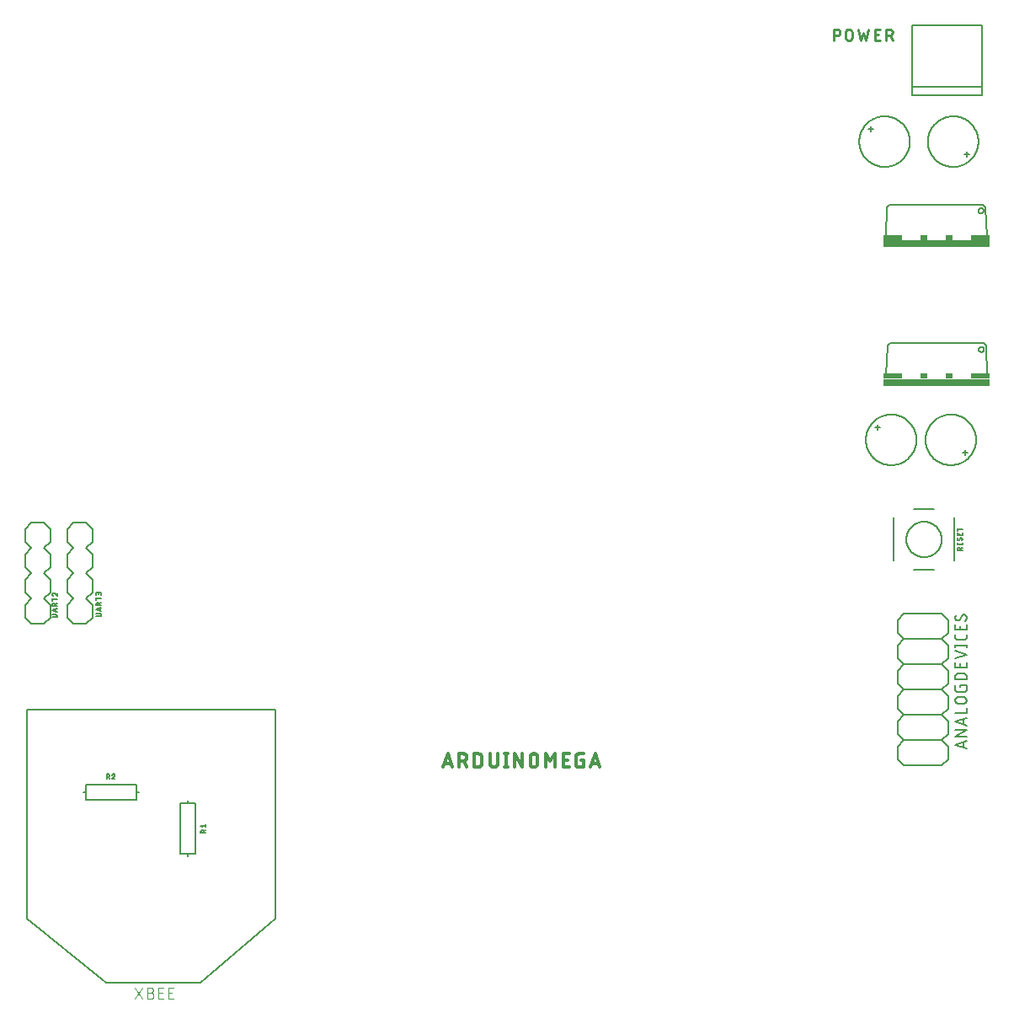
<source format=gbr>
G04 EAGLE Gerber RS-274X export*
G75*
%MOMM*%
%FSLAX34Y34*%
%LPD*%
%INSilkscreen Top*%
%IPPOS*%
%AMOC8*
5,1,8,0,0,1.08239X$1,22.5*%
G01*
%ADD10C,0.330200*%
%ADD11C,0.152400*%
%ADD12C,0.127000*%
%ADD13R,10.668000X0.762000*%
%ADD14R,1.905000X0.508000*%
%ADD15R,0.762000X0.508000*%
%ADD16C,0.203200*%
%ADD17C,0.279400*%
%ADD18C,0.101600*%


D10*
X439632Y241051D02*
X444119Y254513D01*
X448606Y241051D01*
X447484Y244417D02*
X440753Y244417D01*
X455900Y241051D02*
X455900Y254513D01*
X459640Y254513D01*
X459761Y254511D01*
X459882Y254505D01*
X460003Y254495D01*
X460123Y254482D01*
X460243Y254464D01*
X460362Y254443D01*
X460480Y254417D01*
X460598Y254388D01*
X460715Y254355D01*
X460830Y254319D01*
X460944Y254278D01*
X461057Y254234D01*
X461168Y254186D01*
X461278Y254135D01*
X461386Y254080D01*
X461492Y254022D01*
X461596Y253960D01*
X461698Y253895D01*
X461798Y253827D01*
X461896Y253756D01*
X461991Y253681D01*
X462084Y253603D01*
X462175Y253523D01*
X462262Y253439D01*
X462347Y253353D01*
X462429Y253264D01*
X462509Y253172D01*
X462585Y253078D01*
X462658Y252982D01*
X462728Y252883D01*
X462794Y252782D01*
X462858Y252678D01*
X462918Y252573D01*
X462974Y252466D01*
X463027Y252357D01*
X463077Y252247D01*
X463123Y252135D01*
X463165Y252021D01*
X463203Y251906D01*
X463238Y251790D01*
X463269Y251673D01*
X463296Y251555D01*
X463320Y251437D01*
X463339Y251317D01*
X463355Y251197D01*
X463367Y251076D01*
X463375Y250956D01*
X463379Y250835D01*
X463379Y250713D01*
X463375Y250592D01*
X463367Y250472D01*
X463355Y250351D01*
X463339Y250231D01*
X463320Y250111D01*
X463296Y249993D01*
X463269Y249875D01*
X463238Y249758D01*
X463203Y249642D01*
X463165Y249527D01*
X463123Y249413D01*
X463077Y249301D01*
X463027Y249191D01*
X462974Y249082D01*
X462918Y248975D01*
X462858Y248870D01*
X462794Y248766D01*
X462728Y248665D01*
X462658Y248566D01*
X462585Y248470D01*
X462509Y248376D01*
X462429Y248284D01*
X462347Y248195D01*
X462262Y248109D01*
X462175Y248025D01*
X462084Y247945D01*
X461991Y247867D01*
X461896Y247792D01*
X461798Y247721D01*
X461698Y247653D01*
X461596Y247588D01*
X461492Y247526D01*
X461386Y247468D01*
X461278Y247413D01*
X461168Y247362D01*
X461057Y247314D01*
X460944Y247270D01*
X460830Y247229D01*
X460715Y247193D01*
X460598Y247160D01*
X460480Y247131D01*
X460362Y247105D01*
X460243Y247084D01*
X460123Y247066D01*
X460003Y247053D01*
X459882Y247043D01*
X459761Y247037D01*
X459640Y247035D01*
X459640Y247034D02*
X455900Y247034D01*
X460388Y247034D02*
X463379Y241051D01*
X471102Y241051D02*
X471102Y254513D01*
X474842Y254513D01*
X474962Y254511D01*
X475082Y254505D01*
X475201Y254496D01*
X475320Y254482D01*
X475439Y254465D01*
X475557Y254444D01*
X475674Y254419D01*
X475790Y254391D01*
X475906Y254358D01*
X476020Y254323D01*
X476133Y254283D01*
X476245Y254240D01*
X476355Y254193D01*
X476464Y254143D01*
X476571Y254089D01*
X476677Y254032D01*
X476780Y253971D01*
X476882Y253908D01*
X476981Y253841D01*
X477078Y253770D01*
X477173Y253697D01*
X477266Y253621D01*
X477356Y253542D01*
X477443Y253460D01*
X477528Y253375D01*
X477610Y253288D01*
X477689Y253198D01*
X477765Y253105D01*
X477838Y253010D01*
X477909Y252913D01*
X477976Y252814D01*
X478039Y252712D01*
X478100Y252609D01*
X478157Y252503D01*
X478211Y252396D01*
X478261Y252287D01*
X478308Y252177D01*
X478351Y252065D01*
X478391Y251952D01*
X478426Y251838D01*
X478459Y251722D01*
X478487Y251606D01*
X478512Y251489D01*
X478533Y251371D01*
X478550Y251252D01*
X478564Y251133D01*
X478573Y251014D01*
X478579Y250894D01*
X478581Y250774D01*
X478581Y244790D01*
X478579Y244670D01*
X478573Y244550D01*
X478564Y244431D01*
X478550Y244312D01*
X478533Y244193D01*
X478512Y244075D01*
X478487Y243958D01*
X478459Y243842D01*
X478426Y243726D01*
X478391Y243612D01*
X478351Y243499D01*
X478308Y243387D01*
X478261Y243277D01*
X478211Y243168D01*
X478157Y243061D01*
X478100Y242955D01*
X478039Y242852D01*
X477976Y242750D01*
X477909Y242651D01*
X477838Y242554D01*
X477765Y242459D01*
X477689Y242366D01*
X477610Y242276D01*
X477528Y242189D01*
X477443Y242104D01*
X477356Y242022D01*
X477266Y241943D01*
X477173Y241867D01*
X477078Y241794D01*
X476981Y241723D01*
X476882Y241656D01*
X476780Y241593D01*
X476677Y241532D01*
X476571Y241475D01*
X476464Y241421D01*
X476355Y241371D01*
X476245Y241324D01*
X476133Y241281D01*
X476020Y241241D01*
X475906Y241206D01*
X475790Y241173D01*
X475674Y241145D01*
X475557Y241120D01*
X475439Y241099D01*
X475320Y241082D01*
X475201Y241068D01*
X475082Y241059D01*
X474962Y241053D01*
X474842Y241051D01*
X471102Y241051D01*
X486959Y244790D02*
X486959Y254513D01*
X486959Y244790D02*
X486961Y244669D01*
X486967Y244548D01*
X486977Y244427D01*
X486990Y244307D01*
X487008Y244187D01*
X487029Y244068D01*
X487055Y243950D01*
X487084Y243832D01*
X487117Y243715D01*
X487153Y243600D01*
X487194Y243486D01*
X487238Y243373D01*
X487286Y243262D01*
X487337Y243152D01*
X487392Y243044D01*
X487450Y242938D01*
X487512Y242834D01*
X487577Y242732D01*
X487645Y242632D01*
X487716Y242534D01*
X487791Y242439D01*
X487869Y242346D01*
X487949Y242255D01*
X488033Y242168D01*
X488119Y242083D01*
X488208Y242001D01*
X488300Y241921D01*
X488394Y241845D01*
X488490Y241772D01*
X488589Y241702D01*
X488690Y241636D01*
X488794Y241572D01*
X488899Y241512D01*
X489006Y241456D01*
X489115Y241403D01*
X489225Y241353D01*
X489337Y241307D01*
X489451Y241265D01*
X489566Y241227D01*
X489682Y241192D01*
X489799Y241161D01*
X489917Y241134D01*
X490035Y241110D01*
X490155Y241091D01*
X490275Y241075D01*
X490396Y241063D01*
X490516Y241055D01*
X490637Y241051D01*
X490759Y241051D01*
X490880Y241055D01*
X491000Y241063D01*
X491121Y241075D01*
X491241Y241091D01*
X491361Y241110D01*
X491479Y241134D01*
X491597Y241161D01*
X491714Y241192D01*
X491830Y241227D01*
X491945Y241265D01*
X492059Y241307D01*
X492171Y241353D01*
X492281Y241403D01*
X492390Y241456D01*
X492497Y241512D01*
X492602Y241572D01*
X492706Y241636D01*
X492807Y241702D01*
X492906Y241772D01*
X493002Y241845D01*
X493096Y241921D01*
X493188Y242001D01*
X493277Y242083D01*
X493363Y242168D01*
X493447Y242255D01*
X493527Y242346D01*
X493605Y242439D01*
X493680Y242534D01*
X493751Y242632D01*
X493819Y242732D01*
X493884Y242834D01*
X493946Y242938D01*
X494004Y243044D01*
X494059Y243152D01*
X494110Y243262D01*
X494158Y243373D01*
X494202Y243486D01*
X494243Y243600D01*
X494279Y243715D01*
X494312Y243832D01*
X494341Y243950D01*
X494367Y244068D01*
X494388Y244187D01*
X494406Y244307D01*
X494419Y244427D01*
X494429Y244548D01*
X494435Y244669D01*
X494437Y244790D01*
X494438Y244790D02*
X494438Y254513D01*
X503086Y254513D02*
X503086Y241051D01*
X501591Y241051D02*
X504582Y241051D01*
X504582Y254513D02*
X501591Y254513D01*
X511735Y254513D02*
X511735Y241051D01*
X519214Y241051D02*
X511735Y254513D01*
X519214Y254513D02*
X519214Y241051D01*
X527096Y244790D02*
X527096Y250774D01*
X527097Y250774D02*
X527099Y250895D01*
X527105Y251016D01*
X527115Y251137D01*
X527128Y251257D01*
X527146Y251377D01*
X527167Y251496D01*
X527193Y251614D01*
X527222Y251732D01*
X527255Y251849D01*
X527291Y251964D01*
X527332Y252078D01*
X527376Y252191D01*
X527424Y252302D01*
X527475Y252412D01*
X527530Y252520D01*
X527588Y252626D01*
X527650Y252730D01*
X527715Y252832D01*
X527783Y252932D01*
X527854Y253030D01*
X527929Y253125D01*
X528007Y253218D01*
X528087Y253309D01*
X528171Y253396D01*
X528257Y253481D01*
X528346Y253563D01*
X528438Y253643D01*
X528532Y253719D01*
X528628Y253792D01*
X528727Y253862D01*
X528828Y253928D01*
X528932Y253992D01*
X529037Y254052D01*
X529144Y254108D01*
X529253Y254161D01*
X529363Y254211D01*
X529475Y254257D01*
X529589Y254299D01*
X529704Y254337D01*
X529820Y254372D01*
X529937Y254403D01*
X530055Y254430D01*
X530173Y254454D01*
X530293Y254473D01*
X530413Y254489D01*
X530534Y254501D01*
X530654Y254509D01*
X530775Y254513D01*
X530897Y254513D01*
X531018Y254509D01*
X531138Y254501D01*
X531259Y254489D01*
X531379Y254473D01*
X531499Y254454D01*
X531617Y254430D01*
X531735Y254403D01*
X531852Y254372D01*
X531968Y254337D01*
X532083Y254299D01*
X532197Y254257D01*
X532309Y254211D01*
X532419Y254161D01*
X532528Y254108D01*
X532635Y254052D01*
X532740Y253992D01*
X532844Y253928D01*
X532945Y253862D01*
X533044Y253792D01*
X533140Y253719D01*
X533234Y253643D01*
X533326Y253563D01*
X533415Y253481D01*
X533501Y253396D01*
X533585Y253309D01*
X533665Y253218D01*
X533743Y253125D01*
X533818Y253030D01*
X533889Y252932D01*
X533957Y252832D01*
X534022Y252730D01*
X534084Y252626D01*
X534142Y252520D01*
X534197Y252412D01*
X534248Y252302D01*
X534296Y252191D01*
X534340Y252078D01*
X534381Y251964D01*
X534417Y251849D01*
X534450Y251732D01*
X534479Y251614D01*
X534505Y251496D01*
X534526Y251377D01*
X534544Y251257D01*
X534557Y251137D01*
X534567Y251016D01*
X534573Y250895D01*
X534575Y250774D01*
X534575Y244790D01*
X534573Y244669D01*
X534567Y244548D01*
X534557Y244427D01*
X534544Y244307D01*
X534526Y244187D01*
X534505Y244068D01*
X534479Y243950D01*
X534450Y243832D01*
X534417Y243715D01*
X534381Y243600D01*
X534340Y243486D01*
X534296Y243373D01*
X534248Y243262D01*
X534197Y243152D01*
X534142Y243044D01*
X534084Y242938D01*
X534022Y242834D01*
X533957Y242732D01*
X533889Y242632D01*
X533818Y242534D01*
X533743Y242439D01*
X533665Y242346D01*
X533585Y242255D01*
X533501Y242168D01*
X533415Y242083D01*
X533326Y242001D01*
X533234Y241921D01*
X533140Y241845D01*
X533044Y241772D01*
X532945Y241702D01*
X532844Y241636D01*
X532740Y241572D01*
X532635Y241512D01*
X532528Y241456D01*
X532419Y241403D01*
X532309Y241353D01*
X532197Y241307D01*
X532083Y241265D01*
X531968Y241227D01*
X531852Y241192D01*
X531735Y241161D01*
X531617Y241134D01*
X531499Y241110D01*
X531379Y241091D01*
X531259Y241075D01*
X531138Y241063D01*
X531018Y241055D01*
X530897Y241051D01*
X530775Y241051D01*
X530654Y241055D01*
X530534Y241063D01*
X530413Y241075D01*
X530293Y241091D01*
X530173Y241110D01*
X530055Y241134D01*
X529937Y241161D01*
X529820Y241192D01*
X529704Y241227D01*
X529589Y241265D01*
X529475Y241307D01*
X529363Y241353D01*
X529253Y241403D01*
X529144Y241456D01*
X529037Y241512D01*
X528932Y241572D01*
X528828Y241636D01*
X528727Y241702D01*
X528628Y241772D01*
X528532Y241845D01*
X528438Y241921D01*
X528346Y242001D01*
X528257Y242083D01*
X528171Y242168D01*
X528087Y242255D01*
X528007Y242346D01*
X527929Y242439D01*
X527854Y242534D01*
X527783Y242632D01*
X527715Y242732D01*
X527650Y242834D01*
X527588Y242938D01*
X527530Y243044D01*
X527475Y243152D01*
X527424Y243262D01*
X527376Y243373D01*
X527332Y243486D01*
X527291Y243600D01*
X527255Y243715D01*
X527222Y243832D01*
X527193Y243950D01*
X527167Y244068D01*
X527146Y244187D01*
X527128Y244307D01*
X527115Y244427D01*
X527105Y244548D01*
X527099Y244669D01*
X527097Y244790D01*
X542701Y241051D02*
X542701Y254513D01*
X547188Y247034D01*
X551676Y254513D01*
X551676Y241051D01*
X560348Y241051D02*
X566331Y241051D01*
X560348Y241051D02*
X560348Y254513D01*
X566331Y254513D01*
X564835Y248530D02*
X560348Y248530D01*
X578416Y248530D02*
X580659Y248530D01*
X580659Y241051D01*
X576172Y241051D01*
X576065Y241053D01*
X575959Y241059D01*
X575852Y241068D01*
X575746Y241081D01*
X575641Y241099D01*
X575536Y241119D01*
X575432Y241144D01*
X575329Y241172D01*
X575227Y241204D01*
X575126Y241240D01*
X575027Y241279D01*
X574929Y241321D01*
X574833Y241367D01*
X574738Y241417D01*
X574645Y241470D01*
X574554Y241526D01*
X574466Y241585D01*
X574379Y241648D01*
X574295Y241713D01*
X574213Y241782D01*
X574133Y241853D01*
X574056Y241927D01*
X573982Y242004D01*
X573911Y242084D01*
X573842Y242166D01*
X573777Y242250D01*
X573714Y242337D01*
X573655Y242425D01*
X573599Y242516D01*
X573546Y242609D01*
X573496Y242704D01*
X573450Y242800D01*
X573408Y242898D01*
X573369Y242997D01*
X573333Y243098D01*
X573301Y243200D01*
X573273Y243303D01*
X573248Y243407D01*
X573228Y243512D01*
X573210Y243617D01*
X573197Y243723D01*
X573188Y243830D01*
X573182Y243936D01*
X573180Y244043D01*
X573180Y251521D01*
X573182Y251630D01*
X573188Y251739D01*
X573198Y251848D01*
X573212Y251957D01*
X573230Y252064D01*
X573252Y252172D01*
X573277Y252278D01*
X573307Y252383D01*
X573340Y252487D01*
X573377Y252590D01*
X573418Y252691D01*
X573463Y252791D01*
X573511Y252889D01*
X573563Y252985D01*
X573618Y253080D01*
X573677Y253172D01*
X573739Y253262D01*
X573804Y253350D01*
X573872Y253435D01*
X573944Y253518D01*
X574018Y253598D01*
X574095Y253675D01*
X574175Y253749D01*
X574258Y253821D01*
X574343Y253889D01*
X574431Y253954D01*
X574521Y254016D01*
X574613Y254075D01*
X574708Y254130D01*
X574804Y254182D01*
X574902Y254230D01*
X575002Y254275D01*
X575103Y254316D01*
X575206Y254353D01*
X575310Y254386D01*
X575415Y254416D01*
X575521Y254441D01*
X575629Y254463D01*
X575736Y254481D01*
X575845Y254495D01*
X575954Y254505D01*
X576063Y254511D01*
X576172Y254513D01*
X580659Y254513D01*
X592281Y254513D02*
X587794Y241051D01*
X596768Y241051D02*
X592281Y254513D01*
X595647Y244417D02*
X588916Y244417D01*
D11*
X966270Y856900D02*
X968810Y856900D01*
X966270Y856900D02*
X966270Y859440D01*
X966270Y856900D02*
X963730Y856900D01*
X966270Y856900D02*
X966270Y854360D01*
X926900Y869600D02*
X926908Y870223D01*
X926931Y870846D01*
X926969Y871469D01*
X927022Y872090D01*
X927091Y872709D01*
X927175Y873327D01*
X927274Y873942D01*
X927388Y874555D01*
X927517Y875165D01*
X927661Y875772D01*
X927820Y876375D01*
X927994Y876973D01*
X928182Y877568D01*
X928385Y878157D01*
X928602Y878741D01*
X928833Y879320D01*
X929079Y879893D01*
X929339Y880460D01*
X929612Y881020D01*
X929899Y881573D01*
X930200Y882120D01*
X930514Y882658D01*
X930841Y883189D01*
X931181Y883711D01*
X931533Y884226D01*
X931899Y884731D01*
X932276Y885227D01*
X932666Y885714D01*
X933067Y886191D01*
X933480Y886658D01*
X933904Y887114D01*
X934339Y887561D01*
X934786Y887996D01*
X935242Y888420D01*
X935709Y888833D01*
X936186Y889234D01*
X936673Y889624D01*
X937169Y890001D01*
X937674Y890367D01*
X938189Y890719D01*
X938711Y891059D01*
X939242Y891386D01*
X939780Y891700D01*
X940327Y892001D01*
X940880Y892288D01*
X941440Y892561D01*
X942007Y892821D01*
X942580Y893067D01*
X943159Y893298D01*
X943743Y893515D01*
X944332Y893718D01*
X944927Y893906D01*
X945525Y894080D01*
X946128Y894239D01*
X946735Y894383D01*
X947345Y894512D01*
X947958Y894626D01*
X948573Y894725D01*
X949191Y894809D01*
X949810Y894878D01*
X950431Y894931D01*
X951054Y894969D01*
X951677Y894992D01*
X952300Y895000D01*
X952923Y894992D01*
X953546Y894969D01*
X954169Y894931D01*
X954790Y894878D01*
X955409Y894809D01*
X956027Y894725D01*
X956642Y894626D01*
X957255Y894512D01*
X957865Y894383D01*
X958472Y894239D01*
X959075Y894080D01*
X959673Y893906D01*
X960268Y893718D01*
X960857Y893515D01*
X961441Y893298D01*
X962020Y893067D01*
X962593Y892821D01*
X963160Y892561D01*
X963720Y892288D01*
X964273Y892001D01*
X964820Y891700D01*
X965358Y891386D01*
X965889Y891059D01*
X966411Y890719D01*
X966926Y890367D01*
X967431Y890001D01*
X967927Y889624D01*
X968414Y889234D01*
X968891Y888833D01*
X969358Y888420D01*
X969814Y887996D01*
X970261Y887561D01*
X970696Y887114D01*
X971120Y886658D01*
X971533Y886191D01*
X971934Y885714D01*
X972324Y885227D01*
X972701Y884731D01*
X973067Y884226D01*
X973419Y883711D01*
X973759Y883189D01*
X974086Y882658D01*
X974400Y882120D01*
X974701Y881573D01*
X974988Y881020D01*
X975261Y880460D01*
X975521Y879893D01*
X975767Y879320D01*
X975998Y878741D01*
X976215Y878157D01*
X976418Y877568D01*
X976606Y876973D01*
X976780Y876375D01*
X976939Y875772D01*
X977083Y875165D01*
X977212Y874555D01*
X977326Y873942D01*
X977425Y873327D01*
X977509Y872709D01*
X977578Y872090D01*
X977631Y871469D01*
X977669Y870846D01*
X977692Y870223D01*
X977700Y869600D01*
X977692Y868977D01*
X977669Y868354D01*
X977631Y867731D01*
X977578Y867110D01*
X977509Y866491D01*
X977425Y865873D01*
X977326Y865258D01*
X977212Y864645D01*
X977083Y864035D01*
X976939Y863428D01*
X976780Y862825D01*
X976606Y862227D01*
X976418Y861632D01*
X976215Y861043D01*
X975998Y860459D01*
X975767Y859880D01*
X975521Y859307D01*
X975261Y858740D01*
X974988Y858180D01*
X974701Y857627D01*
X974400Y857080D01*
X974086Y856542D01*
X973759Y856011D01*
X973419Y855489D01*
X973067Y854974D01*
X972701Y854469D01*
X972324Y853973D01*
X971934Y853486D01*
X971533Y853009D01*
X971120Y852542D01*
X970696Y852086D01*
X970261Y851639D01*
X969814Y851204D01*
X969358Y850780D01*
X968891Y850367D01*
X968414Y849966D01*
X967927Y849576D01*
X967431Y849199D01*
X966926Y848833D01*
X966411Y848481D01*
X965889Y848141D01*
X965358Y847814D01*
X964820Y847500D01*
X964273Y847199D01*
X963720Y846912D01*
X963160Y846639D01*
X962593Y846379D01*
X962020Y846133D01*
X961441Y845902D01*
X960857Y845685D01*
X960268Y845482D01*
X959673Y845294D01*
X959075Y845120D01*
X958472Y844961D01*
X957865Y844817D01*
X957255Y844688D01*
X956642Y844574D01*
X956027Y844475D01*
X955409Y844391D01*
X954790Y844322D01*
X954169Y844269D01*
X953546Y844231D01*
X952923Y844208D01*
X952300Y844200D01*
X951677Y844208D01*
X951054Y844231D01*
X950431Y844269D01*
X949810Y844322D01*
X949191Y844391D01*
X948573Y844475D01*
X947958Y844574D01*
X947345Y844688D01*
X946735Y844817D01*
X946128Y844961D01*
X945525Y845120D01*
X944927Y845294D01*
X944332Y845482D01*
X943743Y845685D01*
X943159Y845902D01*
X942580Y846133D01*
X942007Y846379D01*
X941440Y846639D01*
X940880Y846912D01*
X940327Y847199D01*
X939780Y847500D01*
X939242Y847814D01*
X938711Y848141D01*
X938189Y848481D01*
X937674Y848833D01*
X937169Y849199D01*
X936673Y849576D01*
X936186Y849966D01*
X935709Y850367D01*
X935242Y850780D01*
X934786Y851204D01*
X934339Y851639D01*
X933904Y852086D01*
X933480Y852542D01*
X933067Y853009D01*
X932666Y853486D01*
X932276Y853973D01*
X931899Y854469D01*
X931533Y854974D01*
X931181Y855489D01*
X930841Y856011D01*
X930514Y856542D01*
X930200Y857080D01*
X929899Y857627D01*
X929612Y858180D01*
X929339Y858740D01*
X929079Y859307D01*
X928833Y859880D01*
X928602Y860459D01*
X928385Y861043D01*
X928182Y861632D01*
X927994Y862227D01*
X927820Y862825D01*
X927661Y863428D01*
X927517Y864035D01*
X927388Y864645D01*
X927274Y865258D01*
X927175Y865873D01*
X927091Y866491D01*
X927022Y867110D01*
X926969Y867731D01*
X926931Y868354D01*
X926908Y868977D01*
X926900Y869600D01*
X869430Y882300D02*
X866890Y882300D01*
X869430Y882300D02*
X869430Y879760D01*
X869430Y882300D02*
X871970Y882300D01*
X869430Y882300D02*
X869430Y884840D01*
X858000Y869600D02*
X858008Y870223D01*
X858031Y870846D01*
X858069Y871469D01*
X858122Y872090D01*
X858191Y872709D01*
X858275Y873327D01*
X858374Y873942D01*
X858488Y874555D01*
X858617Y875165D01*
X858761Y875772D01*
X858920Y876375D01*
X859094Y876973D01*
X859282Y877568D01*
X859485Y878157D01*
X859702Y878741D01*
X859933Y879320D01*
X860179Y879893D01*
X860439Y880460D01*
X860712Y881020D01*
X860999Y881573D01*
X861300Y882120D01*
X861614Y882658D01*
X861941Y883189D01*
X862281Y883711D01*
X862633Y884226D01*
X862999Y884731D01*
X863376Y885227D01*
X863766Y885714D01*
X864167Y886191D01*
X864580Y886658D01*
X865004Y887114D01*
X865439Y887561D01*
X865886Y887996D01*
X866342Y888420D01*
X866809Y888833D01*
X867286Y889234D01*
X867773Y889624D01*
X868269Y890001D01*
X868774Y890367D01*
X869289Y890719D01*
X869811Y891059D01*
X870342Y891386D01*
X870880Y891700D01*
X871427Y892001D01*
X871980Y892288D01*
X872540Y892561D01*
X873107Y892821D01*
X873680Y893067D01*
X874259Y893298D01*
X874843Y893515D01*
X875432Y893718D01*
X876027Y893906D01*
X876625Y894080D01*
X877228Y894239D01*
X877835Y894383D01*
X878445Y894512D01*
X879058Y894626D01*
X879673Y894725D01*
X880291Y894809D01*
X880910Y894878D01*
X881531Y894931D01*
X882154Y894969D01*
X882777Y894992D01*
X883400Y895000D01*
X884023Y894992D01*
X884646Y894969D01*
X885269Y894931D01*
X885890Y894878D01*
X886509Y894809D01*
X887127Y894725D01*
X887742Y894626D01*
X888355Y894512D01*
X888965Y894383D01*
X889572Y894239D01*
X890175Y894080D01*
X890773Y893906D01*
X891368Y893718D01*
X891957Y893515D01*
X892541Y893298D01*
X893120Y893067D01*
X893693Y892821D01*
X894260Y892561D01*
X894820Y892288D01*
X895373Y892001D01*
X895920Y891700D01*
X896458Y891386D01*
X896989Y891059D01*
X897511Y890719D01*
X898026Y890367D01*
X898531Y890001D01*
X899027Y889624D01*
X899514Y889234D01*
X899991Y888833D01*
X900458Y888420D01*
X900914Y887996D01*
X901361Y887561D01*
X901796Y887114D01*
X902220Y886658D01*
X902633Y886191D01*
X903034Y885714D01*
X903424Y885227D01*
X903801Y884731D01*
X904167Y884226D01*
X904519Y883711D01*
X904859Y883189D01*
X905186Y882658D01*
X905500Y882120D01*
X905801Y881573D01*
X906088Y881020D01*
X906361Y880460D01*
X906621Y879893D01*
X906867Y879320D01*
X907098Y878741D01*
X907315Y878157D01*
X907518Y877568D01*
X907706Y876973D01*
X907880Y876375D01*
X908039Y875772D01*
X908183Y875165D01*
X908312Y874555D01*
X908426Y873942D01*
X908525Y873327D01*
X908609Y872709D01*
X908678Y872090D01*
X908731Y871469D01*
X908769Y870846D01*
X908792Y870223D01*
X908800Y869600D01*
X908792Y868977D01*
X908769Y868354D01*
X908731Y867731D01*
X908678Y867110D01*
X908609Y866491D01*
X908525Y865873D01*
X908426Y865258D01*
X908312Y864645D01*
X908183Y864035D01*
X908039Y863428D01*
X907880Y862825D01*
X907706Y862227D01*
X907518Y861632D01*
X907315Y861043D01*
X907098Y860459D01*
X906867Y859880D01*
X906621Y859307D01*
X906361Y858740D01*
X906088Y858180D01*
X905801Y857627D01*
X905500Y857080D01*
X905186Y856542D01*
X904859Y856011D01*
X904519Y855489D01*
X904167Y854974D01*
X903801Y854469D01*
X903424Y853973D01*
X903034Y853486D01*
X902633Y853009D01*
X902220Y852542D01*
X901796Y852086D01*
X901361Y851639D01*
X900914Y851204D01*
X900458Y850780D01*
X899991Y850367D01*
X899514Y849966D01*
X899027Y849576D01*
X898531Y849199D01*
X898026Y848833D01*
X897511Y848481D01*
X896989Y848141D01*
X896458Y847814D01*
X895920Y847500D01*
X895373Y847199D01*
X894820Y846912D01*
X894260Y846639D01*
X893693Y846379D01*
X893120Y846133D01*
X892541Y845902D01*
X891957Y845685D01*
X891368Y845482D01*
X890773Y845294D01*
X890175Y845120D01*
X889572Y844961D01*
X888965Y844817D01*
X888355Y844688D01*
X887742Y844574D01*
X887127Y844475D01*
X886509Y844391D01*
X885890Y844322D01*
X885269Y844269D01*
X884646Y844231D01*
X884023Y844208D01*
X883400Y844200D01*
X882777Y844208D01*
X882154Y844231D01*
X881531Y844269D01*
X880910Y844322D01*
X880291Y844391D01*
X879673Y844475D01*
X879058Y844574D01*
X878445Y844688D01*
X877835Y844817D01*
X877228Y844961D01*
X876625Y845120D01*
X876027Y845294D01*
X875432Y845482D01*
X874843Y845685D01*
X874259Y845902D01*
X873680Y846133D01*
X873107Y846379D01*
X872540Y846639D01*
X871980Y846912D01*
X871427Y847199D01*
X870880Y847500D01*
X870342Y847814D01*
X869811Y848141D01*
X869289Y848481D01*
X868774Y848833D01*
X868269Y849199D01*
X867773Y849576D01*
X867286Y849966D01*
X866809Y850367D01*
X866342Y850780D01*
X865886Y851204D01*
X865439Y851639D01*
X865004Y852086D01*
X864580Y852542D01*
X864167Y853009D01*
X863766Y853486D01*
X863376Y853973D01*
X862999Y854469D01*
X862633Y854974D01*
X862281Y855489D01*
X861941Y856011D01*
X861614Y856542D01*
X861300Y857080D01*
X860999Y857627D01*
X860712Y858180D01*
X860439Y858740D01*
X860179Y859307D01*
X859933Y859880D01*
X859702Y860459D01*
X859485Y861043D01*
X859282Y861632D01*
X859094Y862227D01*
X858920Y862825D01*
X858761Y863428D01*
X858617Y864035D01*
X858488Y864645D01*
X858374Y865258D01*
X858275Y865873D01*
X858191Y866491D01*
X858122Y867110D01*
X858069Y867731D01*
X858031Y868354D01*
X858008Y868977D01*
X858000Y869600D01*
D12*
X885970Y803740D02*
X884700Y774530D01*
X885970Y803740D02*
X888510Y806280D01*
X982490Y806280D01*
X985030Y803740D01*
X986300Y774530D01*
X977918Y800184D02*
X977920Y800284D01*
X977926Y800385D01*
X977936Y800484D01*
X977950Y800584D01*
X977967Y800683D01*
X977989Y800781D01*
X978015Y800878D01*
X978044Y800974D01*
X978077Y801068D01*
X978114Y801162D01*
X978154Y801254D01*
X978198Y801344D01*
X978246Y801432D01*
X978297Y801519D01*
X978351Y801603D01*
X978409Y801685D01*
X978470Y801765D01*
X978534Y801842D01*
X978601Y801917D01*
X978671Y801989D01*
X978744Y802058D01*
X978819Y802124D01*
X978897Y802188D01*
X978977Y802248D01*
X979060Y802305D01*
X979145Y802358D01*
X979232Y802408D01*
X979321Y802455D01*
X979411Y802498D01*
X979503Y802538D01*
X979597Y802574D01*
X979692Y802606D01*
X979788Y802634D01*
X979886Y802659D01*
X979984Y802679D01*
X980083Y802696D01*
X980183Y802709D01*
X980282Y802718D01*
X980383Y802723D01*
X980483Y802724D01*
X980583Y802721D01*
X980684Y802714D01*
X980783Y802703D01*
X980883Y802688D01*
X980981Y802670D01*
X981079Y802647D01*
X981176Y802620D01*
X981271Y802590D01*
X981366Y802556D01*
X981459Y802518D01*
X981550Y802477D01*
X981640Y802432D01*
X981728Y802384D01*
X981814Y802332D01*
X981898Y802277D01*
X981979Y802218D01*
X982058Y802156D01*
X982135Y802092D01*
X982209Y802024D01*
X982280Y801953D01*
X982349Y801880D01*
X982414Y801804D01*
X982477Y801725D01*
X982536Y801644D01*
X982592Y801561D01*
X982645Y801476D01*
X982694Y801388D01*
X982740Y801299D01*
X982782Y801208D01*
X982821Y801115D01*
X982856Y801021D01*
X982887Y800926D01*
X982915Y800829D01*
X982938Y800732D01*
X982958Y800633D01*
X982974Y800534D01*
X982986Y800435D01*
X982994Y800334D01*
X982998Y800234D01*
X982998Y800134D01*
X982994Y800034D01*
X982986Y799933D01*
X982974Y799834D01*
X982958Y799735D01*
X982938Y799636D01*
X982915Y799539D01*
X982887Y799442D01*
X982856Y799347D01*
X982821Y799253D01*
X982782Y799160D01*
X982740Y799069D01*
X982694Y798980D01*
X982645Y798892D01*
X982592Y798807D01*
X982536Y798724D01*
X982477Y798643D01*
X982414Y798564D01*
X982349Y798488D01*
X982280Y798415D01*
X982209Y798344D01*
X982135Y798276D01*
X982058Y798212D01*
X981979Y798150D01*
X981898Y798091D01*
X981814Y798036D01*
X981728Y797984D01*
X981640Y797936D01*
X981550Y797891D01*
X981459Y797850D01*
X981366Y797812D01*
X981271Y797778D01*
X981176Y797748D01*
X981079Y797721D01*
X980981Y797698D01*
X980883Y797680D01*
X980783Y797665D01*
X980684Y797654D01*
X980583Y797647D01*
X980483Y797644D01*
X980383Y797645D01*
X980282Y797650D01*
X980183Y797659D01*
X980083Y797672D01*
X979984Y797689D01*
X979886Y797709D01*
X979788Y797734D01*
X979692Y797762D01*
X979597Y797794D01*
X979503Y797830D01*
X979411Y797870D01*
X979321Y797913D01*
X979232Y797960D01*
X979145Y798010D01*
X979060Y798063D01*
X978977Y798120D01*
X978897Y798180D01*
X978819Y798244D01*
X978744Y798310D01*
X978671Y798379D01*
X978601Y798451D01*
X978534Y798526D01*
X978470Y798603D01*
X978409Y798683D01*
X978351Y798765D01*
X978297Y798849D01*
X978246Y798936D01*
X978198Y799024D01*
X978154Y799114D01*
X978114Y799206D01*
X978077Y799300D01*
X978044Y799394D01*
X978015Y799490D01*
X977989Y799587D01*
X977967Y799685D01*
X977950Y799784D01*
X977936Y799884D01*
X977926Y799983D01*
X977920Y800084D01*
X977918Y800184D01*
D13*
X935500Y766910D03*
D14*
X979315Y773260D03*
D15*
X948200Y773260D03*
X922800Y773260D03*
D14*
X891685Y773260D03*
D16*
X61700Y480250D02*
X61700Y467550D01*
X61700Y480250D02*
X68050Y486600D01*
X80750Y486600D02*
X87100Y480250D01*
X61700Y442150D02*
X68050Y435800D01*
X61700Y442150D02*
X61700Y454850D01*
X68050Y461200D01*
X80750Y461200D02*
X87100Y454850D01*
X87100Y442150D01*
X80750Y435800D01*
X68050Y461200D02*
X61700Y467550D01*
X80750Y461200D02*
X87100Y467550D01*
X87100Y480250D01*
X61700Y404050D02*
X61700Y391350D01*
X61700Y404050D02*
X68050Y410400D01*
X80750Y410400D02*
X87100Y404050D01*
X68050Y410400D02*
X61700Y416750D01*
X61700Y429450D01*
X68050Y435800D01*
X80750Y435800D02*
X87100Y429450D01*
X87100Y416750D01*
X80750Y410400D01*
X80750Y385000D02*
X68050Y385000D01*
X61700Y391350D01*
X80750Y385000D02*
X87100Y391350D01*
X87100Y404050D01*
X80750Y486600D02*
X68050Y486600D01*
D12*
X90969Y392635D02*
X94454Y392635D01*
X94525Y392637D01*
X94597Y392643D01*
X94667Y392652D01*
X94737Y392665D01*
X94807Y392682D01*
X94875Y392703D01*
X94942Y392727D01*
X95008Y392755D01*
X95072Y392786D01*
X95135Y392821D01*
X95195Y392859D01*
X95254Y392900D01*
X95310Y392944D01*
X95364Y392991D01*
X95415Y393040D01*
X95463Y393093D01*
X95509Y393148D01*
X95551Y393205D01*
X95591Y393265D01*
X95627Y393326D01*
X95660Y393390D01*
X95689Y393455D01*
X95715Y393521D01*
X95738Y393589D01*
X95757Y393658D01*
X95772Y393728D01*
X95783Y393798D01*
X95791Y393869D01*
X95795Y393940D01*
X95795Y394012D01*
X95791Y394083D01*
X95783Y394154D01*
X95772Y394224D01*
X95757Y394294D01*
X95738Y394363D01*
X95715Y394431D01*
X95689Y394497D01*
X95660Y394562D01*
X95627Y394626D01*
X95591Y394687D01*
X95551Y394747D01*
X95509Y394804D01*
X95463Y394859D01*
X95415Y394912D01*
X95364Y394961D01*
X95310Y395008D01*
X95254Y395052D01*
X95195Y395093D01*
X95135Y395131D01*
X95072Y395166D01*
X95008Y395197D01*
X94942Y395225D01*
X94875Y395249D01*
X94807Y395270D01*
X94737Y395287D01*
X94667Y395300D01*
X94597Y395309D01*
X94525Y395315D01*
X94454Y395317D01*
X94454Y395316D02*
X90969Y395316D01*
X90969Y399645D02*
X95795Y398036D01*
X95795Y401253D02*
X90969Y399645D01*
X94589Y400851D02*
X94589Y398438D01*
X95795Y404037D02*
X90969Y404037D01*
X90969Y405378D01*
X90971Y405449D01*
X90977Y405521D01*
X90986Y405591D01*
X90999Y405661D01*
X91016Y405731D01*
X91037Y405799D01*
X91061Y405866D01*
X91089Y405932D01*
X91120Y405996D01*
X91155Y406059D01*
X91193Y406119D01*
X91234Y406178D01*
X91278Y406234D01*
X91325Y406288D01*
X91374Y406339D01*
X91427Y406387D01*
X91482Y406433D01*
X91539Y406475D01*
X91599Y406515D01*
X91660Y406551D01*
X91724Y406584D01*
X91789Y406613D01*
X91855Y406639D01*
X91923Y406662D01*
X91992Y406681D01*
X92062Y406696D01*
X92132Y406707D01*
X92203Y406715D01*
X92274Y406719D01*
X92346Y406719D01*
X92417Y406715D01*
X92488Y406707D01*
X92558Y406696D01*
X92628Y406681D01*
X92697Y406662D01*
X92765Y406639D01*
X92831Y406613D01*
X92896Y406584D01*
X92960Y406551D01*
X93021Y406515D01*
X93081Y406475D01*
X93138Y406433D01*
X93193Y406387D01*
X93246Y406339D01*
X93295Y406288D01*
X93342Y406234D01*
X93386Y406178D01*
X93427Y406119D01*
X93465Y406059D01*
X93500Y405996D01*
X93531Y405932D01*
X93559Y405866D01*
X93583Y405799D01*
X93604Y405731D01*
X93621Y405661D01*
X93634Y405591D01*
X93643Y405521D01*
X93649Y405449D01*
X93651Y405378D01*
X93650Y405378D02*
X93650Y404037D01*
X93650Y405646D02*
X95795Y406718D01*
X95795Y410435D02*
X90969Y410435D01*
X90969Y411775D02*
X90969Y409094D01*
X95795Y414215D02*
X95795Y415555D01*
X95793Y415626D01*
X95787Y415698D01*
X95778Y415768D01*
X95765Y415838D01*
X95748Y415908D01*
X95727Y415976D01*
X95703Y416043D01*
X95675Y416109D01*
X95644Y416173D01*
X95609Y416236D01*
X95571Y416296D01*
X95530Y416355D01*
X95486Y416411D01*
X95439Y416465D01*
X95390Y416516D01*
X95337Y416564D01*
X95282Y416610D01*
X95225Y416652D01*
X95165Y416692D01*
X95104Y416728D01*
X95040Y416761D01*
X94975Y416790D01*
X94909Y416816D01*
X94841Y416839D01*
X94772Y416858D01*
X94702Y416873D01*
X94632Y416884D01*
X94561Y416892D01*
X94490Y416896D01*
X94418Y416896D01*
X94347Y416892D01*
X94276Y416884D01*
X94206Y416873D01*
X94136Y416858D01*
X94067Y416839D01*
X93999Y416816D01*
X93933Y416790D01*
X93868Y416761D01*
X93804Y416728D01*
X93743Y416692D01*
X93683Y416652D01*
X93626Y416610D01*
X93571Y416564D01*
X93518Y416516D01*
X93469Y416465D01*
X93422Y416411D01*
X93378Y416355D01*
X93337Y416296D01*
X93299Y416236D01*
X93264Y416173D01*
X93233Y416109D01*
X93205Y416043D01*
X93181Y415976D01*
X93160Y415908D01*
X93143Y415838D01*
X93130Y415768D01*
X93121Y415698D01*
X93115Y415626D01*
X93113Y415555D01*
X90969Y415823D02*
X90969Y414215D01*
X90969Y415823D02*
X90971Y415888D01*
X90977Y415952D01*
X90987Y416016D01*
X91000Y416080D01*
X91018Y416142D01*
X91039Y416203D01*
X91063Y416263D01*
X91092Y416321D01*
X91124Y416378D01*
X91159Y416432D01*
X91197Y416484D01*
X91239Y416534D01*
X91283Y416581D01*
X91330Y416625D01*
X91380Y416667D01*
X91432Y416705D01*
X91486Y416740D01*
X91543Y416772D01*
X91601Y416801D01*
X91661Y416825D01*
X91722Y416846D01*
X91784Y416864D01*
X91848Y416877D01*
X91912Y416887D01*
X91976Y416893D01*
X92041Y416895D01*
X92106Y416893D01*
X92170Y416887D01*
X92234Y416877D01*
X92298Y416864D01*
X92360Y416846D01*
X92421Y416825D01*
X92481Y416801D01*
X92539Y416772D01*
X92596Y416740D01*
X92650Y416705D01*
X92702Y416667D01*
X92752Y416625D01*
X92799Y416581D01*
X92843Y416534D01*
X92885Y416484D01*
X92923Y416432D01*
X92958Y416378D01*
X92990Y416321D01*
X93019Y416263D01*
X93043Y416203D01*
X93064Y416142D01*
X93082Y416080D01*
X93095Y416016D01*
X93105Y415952D01*
X93111Y415888D01*
X93113Y415823D01*
X93114Y415823D02*
X93114Y414751D01*
D16*
X19400Y467550D02*
X19400Y480250D01*
X25750Y486600D01*
X38450Y486600D02*
X44800Y480250D01*
X19400Y442150D02*
X25750Y435800D01*
X19400Y442150D02*
X19400Y454850D01*
X25750Y461200D01*
X38450Y461200D02*
X44800Y454850D01*
X44800Y442150D01*
X38450Y435800D01*
X25750Y461200D02*
X19400Y467550D01*
X38450Y461200D02*
X44800Y467550D01*
X44800Y480250D01*
X19400Y404050D02*
X19400Y391350D01*
X19400Y404050D02*
X25750Y410400D01*
X38450Y410400D02*
X44800Y404050D01*
X25750Y410400D02*
X19400Y416750D01*
X19400Y429450D01*
X25750Y435800D01*
X38450Y435800D02*
X44800Y429450D01*
X44800Y416750D01*
X38450Y410400D01*
X38450Y385000D02*
X25750Y385000D01*
X19400Y391350D01*
X38450Y385000D02*
X44800Y391350D01*
X44800Y404050D01*
X38450Y486600D02*
X25750Y486600D01*
D12*
X46669Y391635D02*
X50154Y391635D01*
X50225Y391637D01*
X50297Y391643D01*
X50367Y391652D01*
X50437Y391665D01*
X50507Y391682D01*
X50575Y391703D01*
X50642Y391727D01*
X50708Y391755D01*
X50772Y391786D01*
X50835Y391821D01*
X50895Y391859D01*
X50954Y391900D01*
X51010Y391944D01*
X51064Y391991D01*
X51115Y392040D01*
X51163Y392093D01*
X51209Y392148D01*
X51251Y392205D01*
X51291Y392265D01*
X51327Y392326D01*
X51360Y392390D01*
X51389Y392455D01*
X51415Y392521D01*
X51438Y392589D01*
X51457Y392658D01*
X51472Y392728D01*
X51483Y392798D01*
X51491Y392869D01*
X51495Y392940D01*
X51495Y393012D01*
X51491Y393083D01*
X51483Y393154D01*
X51472Y393224D01*
X51457Y393294D01*
X51438Y393363D01*
X51415Y393431D01*
X51389Y393497D01*
X51360Y393562D01*
X51327Y393626D01*
X51291Y393687D01*
X51251Y393747D01*
X51209Y393804D01*
X51163Y393859D01*
X51115Y393912D01*
X51064Y393961D01*
X51010Y394008D01*
X50954Y394052D01*
X50895Y394093D01*
X50835Y394131D01*
X50772Y394166D01*
X50708Y394197D01*
X50642Y394225D01*
X50575Y394249D01*
X50507Y394270D01*
X50437Y394287D01*
X50367Y394300D01*
X50297Y394309D01*
X50225Y394315D01*
X50154Y394317D01*
X50154Y394316D02*
X46669Y394316D01*
X46669Y398645D02*
X51495Y397036D01*
X51495Y400253D02*
X46669Y398645D01*
X50289Y399851D02*
X50289Y397438D01*
X51495Y403037D02*
X46669Y403037D01*
X46669Y404378D01*
X46671Y404449D01*
X46677Y404521D01*
X46686Y404591D01*
X46699Y404661D01*
X46716Y404731D01*
X46737Y404799D01*
X46761Y404866D01*
X46789Y404932D01*
X46820Y404996D01*
X46855Y405059D01*
X46893Y405119D01*
X46934Y405178D01*
X46978Y405234D01*
X47025Y405288D01*
X47074Y405339D01*
X47127Y405387D01*
X47182Y405433D01*
X47239Y405475D01*
X47299Y405515D01*
X47360Y405551D01*
X47424Y405584D01*
X47489Y405613D01*
X47555Y405639D01*
X47623Y405662D01*
X47692Y405681D01*
X47762Y405696D01*
X47832Y405707D01*
X47903Y405715D01*
X47974Y405719D01*
X48046Y405719D01*
X48117Y405715D01*
X48188Y405707D01*
X48258Y405696D01*
X48328Y405681D01*
X48397Y405662D01*
X48465Y405639D01*
X48531Y405613D01*
X48596Y405584D01*
X48660Y405551D01*
X48721Y405515D01*
X48781Y405475D01*
X48838Y405433D01*
X48893Y405387D01*
X48946Y405339D01*
X48995Y405288D01*
X49042Y405234D01*
X49086Y405178D01*
X49127Y405119D01*
X49165Y405059D01*
X49200Y404996D01*
X49231Y404932D01*
X49259Y404866D01*
X49283Y404799D01*
X49304Y404731D01*
X49321Y404661D01*
X49334Y404591D01*
X49343Y404521D01*
X49349Y404449D01*
X49351Y404378D01*
X49350Y404378D02*
X49350Y403037D01*
X49350Y404646D02*
X51495Y405718D01*
X51495Y409435D02*
X46669Y409435D01*
X46669Y410775D02*
X46669Y408094D01*
X46669Y414689D02*
X46671Y414757D01*
X46677Y414824D01*
X46686Y414891D01*
X46699Y414958D01*
X46716Y415023D01*
X46737Y415088D01*
X46761Y415151D01*
X46789Y415213D01*
X46820Y415273D01*
X46854Y415331D01*
X46892Y415387D01*
X46932Y415442D01*
X46976Y415493D01*
X47023Y415542D01*
X47072Y415589D01*
X47123Y415633D01*
X47178Y415673D01*
X47234Y415711D01*
X47292Y415745D01*
X47352Y415776D01*
X47414Y415804D01*
X47477Y415828D01*
X47542Y415849D01*
X47607Y415866D01*
X47674Y415879D01*
X47741Y415888D01*
X47808Y415894D01*
X47876Y415896D01*
X46669Y414689D02*
X46671Y414611D01*
X46677Y414533D01*
X46687Y414456D01*
X46700Y414379D01*
X46718Y414303D01*
X46739Y414228D01*
X46764Y414154D01*
X46793Y414082D01*
X46825Y414011D01*
X46861Y413942D01*
X46900Y413874D01*
X46943Y413809D01*
X46989Y413746D01*
X47038Y413685D01*
X47090Y413627D01*
X47145Y413572D01*
X47202Y413519D01*
X47262Y413470D01*
X47325Y413423D01*
X47390Y413380D01*
X47456Y413340D01*
X47525Y413303D01*
X47596Y413270D01*
X47668Y413240D01*
X47742Y413214D01*
X48814Y415494D02*
X48765Y415543D01*
X48713Y415590D01*
X48658Y415633D01*
X48601Y415674D01*
X48542Y415712D01*
X48481Y415746D01*
X48418Y415777D01*
X48354Y415805D01*
X48288Y415829D01*
X48222Y415849D01*
X48154Y415866D01*
X48085Y415879D01*
X48016Y415888D01*
X47946Y415894D01*
X47876Y415896D01*
X48814Y415494D02*
X51495Y413215D01*
X51495Y415896D01*
D16*
X911000Y986300D02*
X981000Y986300D01*
X981000Y924300D01*
X981000Y916300D01*
X911000Y916300D01*
X911000Y924300D01*
X911000Y986300D01*
X911000Y924300D02*
X981000Y924300D01*
D17*
X832197Y971097D02*
X832197Y982527D01*
X835372Y982527D01*
X835483Y982525D01*
X835593Y982519D01*
X835704Y982510D01*
X835814Y982496D01*
X835923Y982479D01*
X836032Y982458D01*
X836140Y982433D01*
X836247Y982404D01*
X836353Y982372D01*
X836458Y982336D01*
X836561Y982296D01*
X836663Y982253D01*
X836764Y982206D01*
X836863Y982155D01*
X836960Y982102D01*
X837054Y982045D01*
X837147Y981984D01*
X837238Y981921D01*
X837327Y981854D01*
X837413Y981784D01*
X837496Y981711D01*
X837578Y981636D01*
X837656Y981558D01*
X837731Y981476D01*
X837804Y981393D01*
X837874Y981307D01*
X837941Y981218D01*
X838004Y981127D01*
X838065Y981034D01*
X838122Y980939D01*
X838175Y980843D01*
X838226Y980744D01*
X838273Y980643D01*
X838316Y980541D01*
X838356Y980438D01*
X838392Y980333D01*
X838424Y980227D01*
X838453Y980120D01*
X838478Y980012D01*
X838499Y979903D01*
X838516Y979794D01*
X838530Y979684D01*
X838539Y979573D01*
X838545Y979463D01*
X838547Y979352D01*
X838545Y979241D01*
X838539Y979131D01*
X838530Y979020D01*
X838516Y978910D01*
X838499Y978801D01*
X838478Y978692D01*
X838453Y978584D01*
X838424Y978477D01*
X838392Y978371D01*
X838356Y978266D01*
X838316Y978163D01*
X838273Y978061D01*
X838226Y977960D01*
X838175Y977861D01*
X838122Y977765D01*
X838065Y977670D01*
X838004Y977577D01*
X837941Y977486D01*
X837874Y977397D01*
X837804Y977311D01*
X837731Y977228D01*
X837656Y977146D01*
X837578Y977068D01*
X837496Y976993D01*
X837413Y976920D01*
X837327Y976850D01*
X837238Y976783D01*
X837147Y976720D01*
X837054Y976659D01*
X836960Y976602D01*
X836863Y976549D01*
X836764Y976498D01*
X836663Y976451D01*
X836561Y976408D01*
X836458Y976368D01*
X836353Y976332D01*
X836247Y976300D01*
X836140Y976271D01*
X836032Y976246D01*
X835923Y976225D01*
X835814Y976208D01*
X835704Y976194D01*
X835593Y976185D01*
X835483Y976179D01*
X835372Y976177D01*
X832197Y976177D01*
X844244Y974272D02*
X844244Y979352D01*
X844246Y979463D01*
X844252Y979573D01*
X844261Y979684D01*
X844275Y979794D01*
X844292Y979903D01*
X844313Y980012D01*
X844338Y980120D01*
X844367Y980227D01*
X844399Y980333D01*
X844435Y980438D01*
X844475Y980541D01*
X844518Y980643D01*
X844565Y980744D01*
X844616Y980843D01*
X844669Y980940D01*
X844726Y981034D01*
X844787Y981127D01*
X844850Y981218D01*
X844917Y981307D01*
X844987Y981393D01*
X845060Y981476D01*
X845135Y981558D01*
X845213Y981636D01*
X845295Y981711D01*
X845378Y981784D01*
X845464Y981854D01*
X845553Y981921D01*
X845644Y981984D01*
X845737Y982045D01*
X845832Y982102D01*
X845928Y982155D01*
X846027Y982206D01*
X846128Y982253D01*
X846230Y982296D01*
X846333Y982336D01*
X846438Y982372D01*
X846544Y982404D01*
X846651Y982433D01*
X846759Y982458D01*
X846868Y982479D01*
X846977Y982496D01*
X847087Y982510D01*
X847198Y982519D01*
X847308Y982525D01*
X847419Y982527D01*
X847530Y982525D01*
X847640Y982519D01*
X847751Y982510D01*
X847861Y982496D01*
X847970Y982479D01*
X848079Y982458D01*
X848187Y982433D01*
X848294Y982404D01*
X848400Y982372D01*
X848505Y982336D01*
X848608Y982296D01*
X848710Y982253D01*
X848811Y982206D01*
X848910Y982155D01*
X849007Y982102D01*
X849101Y982045D01*
X849194Y981984D01*
X849285Y981921D01*
X849374Y981854D01*
X849460Y981784D01*
X849543Y981711D01*
X849625Y981636D01*
X849703Y981558D01*
X849778Y981476D01*
X849851Y981393D01*
X849921Y981307D01*
X849988Y981218D01*
X850051Y981127D01*
X850112Y981034D01*
X850169Y980940D01*
X850222Y980843D01*
X850273Y980744D01*
X850320Y980643D01*
X850363Y980541D01*
X850403Y980438D01*
X850439Y980333D01*
X850471Y980227D01*
X850500Y980120D01*
X850525Y980012D01*
X850546Y979903D01*
X850563Y979794D01*
X850577Y979684D01*
X850586Y979573D01*
X850592Y979463D01*
X850594Y979352D01*
X850594Y974272D01*
X850592Y974161D01*
X850586Y974051D01*
X850577Y973940D01*
X850563Y973830D01*
X850546Y973721D01*
X850525Y973612D01*
X850500Y973504D01*
X850471Y973397D01*
X850439Y973291D01*
X850403Y973186D01*
X850363Y973083D01*
X850320Y972981D01*
X850273Y972880D01*
X850222Y972781D01*
X850169Y972685D01*
X850112Y972590D01*
X850051Y972497D01*
X849988Y972406D01*
X849921Y972317D01*
X849851Y972231D01*
X849778Y972148D01*
X849703Y972066D01*
X849625Y971988D01*
X849543Y971913D01*
X849460Y971840D01*
X849374Y971770D01*
X849285Y971703D01*
X849194Y971640D01*
X849101Y971579D01*
X849007Y971522D01*
X848910Y971469D01*
X848811Y971418D01*
X848710Y971371D01*
X848608Y971328D01*
X848505Y971288D01*
X848400Y971252D01*
X848294Y971220D01*
X848187Y971191D01*
X848079Y971166D01*
X847970Y971145D01*
X847861Y971128D01*
X847751Y971114D01*
X847640Y971105D01*
X847530Y971099D01*
X847419Y971097D01*
X847308Y971099D01*
X847198Y971105D01*
X847087Y971114D01*
X846977Y971128D01*
X846868Y971145D01*
X846759Y971166D01*
X846651Y971191D01*
X846544Y971220D01*
X846438Y971252D01*
X846333Y971288D01*
X846230Y971328D01*
X846128Y971371D01*
X846027Y971418D01*
X845928Y971469D01*
X845832Y971522D01*
X845737Y971579D01*
X845644Y971640D01*
X845553Y971703D01*
X845464Y971770D01*
X845378Y971840D01*
X845295Y971913D01*
X845213Y971988D01*
X845135Y972066D01*
X845060Y972148D01*
X844987Y972231D01*
X844917Y972317D01*
X844850Y972406D01*
X844787Y972497D01*
X844726Y972590D01*
X844669Y972685D01*
X844616Y972781D01*
X844565Y972880D01*
X844518Y972981D01*
X844475Y973083D01*
X844435Y973186D01*
X844399Y973291D01*
X844367Y973397D01*
X844338Y973504D01*
X844313Y973612D01*
X844292Y973721D01*
X844275Y973830D01*
X844261Y973940D01*
X844252Y974051D01*
X844246Y974161D01*
X844244Y974272D01*
X856848Y982527D02*
X859388Y971097D01*
X861928Y978717D01*
X864468Y971097D01*
X867008Y982527D01*
X873732Y971097D02*
X878812Y971097D01*
X873732Y971097D02*
X873732Y982527D01*
X878812Y982527D01*
X877542Y977447D02*
X873732Y977447D01*
X884925Y982527D02*
X884925Y971097D01*
X884925Y982527D02*
X888100Y982527D01*
X888211Y982525D01*
X888321Y982519D01*
X888432Y982510D01*
X888542Y982496D01*
X888651Y982479D01*
X888760Y982458D01*
X888868Y982433D01*
X888975Y982404D01*
X889081Y982372D01*
X889186Y982336D01*
X889289Y982296D01*
X889391Y982253D01*
X889492Y982206D01*
X889591Y982155D01*
X889688Y982102D01*
X889782Y982045D01*
X889875Y981984D01*
X889966Y981921D01*
X890055Y981854D01*
X890141Y981784D01*
X890224Y981711D01*
X890306Y981636D01*
X890384Y981558D01*
X890459Y981476D01*
X890532Y981393D01*
X890602Y981307D01*
X890669Y981218D01*
X890732Y981127D01*
X890793Y981034D01*
X890850Y980939D01*
X890903Y980843D01*
X890954Y980744D01*
X891001Y980643D01*
X891044Y980541D01*
X891084Y980438D01*
X891120Y980333D01*
X891152Y980227D01*
X891181Y980120D01*
X891206Y980012D01*
X891227Y979903D01*
X891244Y979794D01*
X891258Y979684D01*
X891267Y979573D01*
X891273Y979463D01*
X891275Y979352D01*
X891273Y979241D01*
X891267Y979131D01*
X891258Y979020D01*
X891244Y978910D01*
X891227Y978801D01*
X891206Y978692D01*
X891181Y978584D01*
X891152Y978477D01*
X891120Y978371D01*
X891084Y978266D01*
X891044Y978163D01*
X891001Y978061D01*
X890954Y977960D01*
X890903Y977861D01*
X890850Y977765D01*
X890793Y977670D01*
X890732Y977577D01*
X890669Y977486D01*
X890602Y977397D01*
X890532Y977311D01*
X890459Y977228D01*
X890384Y977146D01*
X890306Y977068D01*
X890224Y976993D01*
X890141Y976920D01*
X890055Y976850D01*
X889966Y976783D01*
X889875Y976720D01*
X889782Y976659D01*
X889688Y976602D01*
X889591Y976549D01*
X889492Y976498D01*
X889391Y976451D01*
X889289Y976408D01*
X889186Y976368D01*
X889081Y976332D01*
X888975Y976300D01*
X888868Y976271D01*
X888760Y976246D01*
X888651Y976225D01*
X888542Y976208D01*
X888432Y976194D01*
X888321Y976185D01*
X888211Y976179D01*
X888100Y976177D01*
X884925Y976177D01*
X888735Y976177D02*
X891275Y971097D01*
D16*
X190820Y205000D02*
X190820Y154200D01*
X183200Y154200D01*
X175580Y154200D01*
X175580Y205000D01*
X183200Y205000D01*
X190820Y205000D01*
X183200Y154200D02*
X183200Y151660D01*
X183200Y205000D02*
X183200Y207540D01*
D12*
X195995Y175548D02*
X200821Y175548D01*
X195995Y175548D02*
X195995Y176889D01*
X195997Y176960D01*
X196003Y177032D01*
X196012Y177102D01*
X196025Y177172D01*
X196042Y177242D01*
X196063Y177310D01*
X196087Y177377D01*
X196115Y177443D01*
X196146Y177507D01*
X196181Y177570D01*
X196219Y177630D01*
X196260Y177689D01*
X196304Y177745D01*
X196351Y177799D01*
X196400Y177850D01*
X196453Y177898D01*
X196508Y177944D01*
X196565Y177986D01*
X196625Y178026D01*
X196686Y178062D01*
X196750Y178095D01*
X196815Y178124D01*
X196881Y178150D01*
X196949Y178173D01*
X197018Y178192D01*
X197088Y178207D01*
X197158Y178218D01*
X197229Y178226D01*
X197300Y178230D01*
X197372Y178230D01*
X197443Y178226D01*
X197514Y178218D01*
X197584Y178207D01*
X197654Y178192D01*
X197723Y178173D01*
X197791Y178150D01*
X197857Y178124D01*
X197922Y178095D01*
X197986Y178062D01*
X198047Y178026D01*
X198107Y177986D01*
X198164Y177944D01*
X198219Y177898D01*
X198272Y177850D01*
X198321Y177799D01*
X198368Y177745D01*
X198412Y177689D01*
X198453Y177630D01*
X198491Y177570D01*
X198526Y177507D01*
X198557Y177443D01*
X198585Y177377D01*
X198609Y177310D01*
X198630Y177242D01*
X198647Y177172D01*
X198660Y177102D01*
X198669Y177032D01*
X198675Y176960D01*
X198677Y176889D01*
X198676Y176889D02*
X198676Y175548D01*
X198676Y177157D02*
X200821Y178229D01*
X197067Y180971D02*
X195995Y182311D01*
X200821Y182311D01*
X200821Y180971D02*
X200821Y183652D01*
D16*
X131000Y223220D02*
X80200Y223220D01*
X131000Y223220D02*
X131000Y215600D01*
X131000Y207980D01*
X80200Y207980D01*
X80200Y215600D01*
X80200Y223220D01*
X131000Y215600D02*
X133540Y215600D01*
X80200Y215600D02*
X77660Y215600D01*
D12*
X101548Y229395D02*
X101548Y234221D01*
X102889Y234221D01*
X102960Y234219D01*
X103032Y234213D01*
X103102Y234204D01*
X103172Y234191D01*
X103242Y234174D01*
X103310Y234153D01*
X103377Y234129D01*
X103443Y234101D01*
X103507Y234070D01*
X103570Y234035D01*
X103630Y233997D01*
X103689Y233956D01*
X103745Y233912D01*
X103799Y233865D01*
X103850Y233816D01*
X103898Y233763D01*
X103944Y233708D01*
X103986Y233651D01*
X104026Y233591D01*
X104062Y233530D01*
X104095Y233466D01*
X104124Y233401D01*
X104150Y233335D01*
X104173Y233267D01*
X104192Y233198D01*
X104207Y233128D01*
X104218Y233058D01*
X104226Y232987D01*
X104230Y232916D01*
X104230Y232844D01*
X104226Y232773D01*
X104218Y232702D01*
X104207Y232632D01*
X104192Y232562D01*
X104173Y232493D01*
X104150Y232425D01*
X104124Y232359D01*
X104095Y232294D01*
X104062Y232230D01*
X104026Y232169D01*
X103986Y232109D01*
X103944Y232052D01*
X103898Y231997D01*
X103850Y231944D01*
X103799Y231895D01*
X103745Y231848D01*
X103689Y231804D01*
X103630Y231763D01*
X103570Y231725D01*
X103507Y231690D01*
X103443Y231659D01*
X103377Y231631D01*
X103310Y231607D01*
X103242Y231586D01*
X103172Y231569D01*
X103102Y231556D01*
X103032Y231547D01*
X102960Y231541D01*
X102889Y231539D01*
X102889Y231540D02*
X101548Y231540D01*
X103157Y231540D02*
X104229Y229395D01*
X108445Y234221D02*
X108513Y234219D01*
X108580Y234213D01*
X108647Y234204D01*
X108714Y234191D01*
X108779Y234174D01*
X108844Y234153D01*
X108907Y234129D01*
X108969Y234101D01*
X109029Y234070D01*
X109087Y234036D01*
X109143Y233998D01*
X109198Y233958D01*
X109249Y233914D01*
X109298Y233867D01*
X109345Y233818D01*
X109389Y233767D01*
X109429Y233712D01*
X109467Y233656D01*
X109501Y233598D01*
X109532Y233538D01*
X109560Y233476D01*
X109584Y233413D01*
X109605Y233348D01*
X109622Y233283D01*
X109635Y233216D01*
X109644Y233149D01*
X109650Y233082D01*
X109652Y233014D01*
X108445Y234221D02*
X108367Y234219D01*
X108289Y234213D01*
X108212Y234203D01*
X108135Y234190D01*
X108059Y234172D01*
X107984Y234151D01*
X107910Y234126D01*
X107838Y234097D01*
X107767Y234065D01*
X107698Y234029D01*
X107630Y233990D01*
X107565Y233947D01*
X107502Y233901D01*
X107441Y233852D01*
X107383Y233800D01*
X107328Y233745D01*
X107275Y233688D01*
X107226Y233628D01*
X107179Y233565D01*
X107136Y233501D01*
X107096Y233434D01*
X107059Y233365D01*
X107026Y233294D01*
X106996Y233222D01*
X106970Y233149D01*
X109250Y232076D02*
X109299Y232125D01*
X109346Y232177D01*
X109389Y232232D01*
X109430Y232289D01*
X109468Y232348D01*
X109502Y232409D01*
X109533Y232472D01*
X109561Y232536D01*
X109585Y232602D01*
X109605Y232668D01*
X109622Y232736D01*
X109635Y232805D01*
X109644Y232874D01*
X109650Y232944D01*
X109652Y233014D01*
X109250Y232076D02*
X106971Y229395D01*
X109652Y229395D01*
X21000Y299300D02*
X271000Y299300D01*
X21000Y299300D02*
X21000Y89300D01*
X101000Y24300D01*
X196000Y24300D01*
X271000Y89300D01*
X271000Y299300D01*
D18*
X137270Y19792D02*
X129480Y8108D01*
X137270Y8108D02*
X129480Y19792D01*
X142110Y14599D02*
X145355Y14599D01*
X145355Y14600D02*
X145468Y14598D01*
X145581Y14592D01*
X145694Y14582D01*
X145807Y14568D01*
X145919Y14551D01*
X146030Y14529D01*
X146140Y14504D01*
X146250Y14474D01*
X146358Y14441D01*
X146465Y14404D01*
X146571Y14364D01*
X146675Y14319D01*
X146778Y14271D01*
X146879Y14220D01*
X146978Y14165D01*
X147075Y14107D01*
X147170Y14045D01*
X147263Y13980D01*
X147353Y13912D01*
X147441Y13841D01*
X147527Y13766D01*
X147610Y13689D01*
X147690Y13609D01*
X147767Y13526D01*
X147842Y13440D01*
X147913Y13352D01*
X147981Y13262D01*
X148046Y13169D01*
X148108Y13074D01*
X148166Y12977D01*
X148221Y12878D01*
X148272Y12777D01*
X148320Y12674D01*
X148365Y12570D01*
X148405Y12464D01*
X148442Y12357D01*
X148475Y12249D01*
X148505Y12139D01*
X148530Y12029D01*
X148552Y11918D01*
X148569Y11806D01*
X148583Y11693D01*
X148593Y11580D01*
X148599Y11467D01*
X148601Y11354D01*
X148599Y11241D01*
X148593Y11128D01*
X148583Y11015D01*
X148569Y10902D01*
X148552Y10790D01*
X148530Y10679D01*
X148505Y10569D01*
X148475Y10459D01*
X148442Y10351D01*
X148405Y10244D01*
X148365Y10138D01*
X148320Y10034D01*
X148272Y9931D01*
X148221Y9830D01*
X148166Y9731D01*
X148108Y9634D01*
X148046Y9539D01*
X147981Y9446D01*
X147913Y9356D01*
X147842Y9268D01*
X147767Y9182D01*
X147690Y9099D01*
X147610Y9019D01*
X147527Y8942D01*
X147441Y8867D01*
X147353Y8796D01*
X147263Y8728D01*
X147170Y8663D01*
X147075Y8601D01*
X146978Y8543D01*
X146879Y8488D01*
X146778Y8437D01*
X146675Y8389D01*
X146571Y8344D01*
X146465Y8304D01*
X146358Y8267D01*
X146250Y8234D01*
X146140Y8204D01*
X146030Y8179D01*
X145919Y8157D01*
X145807Y8140D01*
X145694Y8126D01*
X145581Y8116D01*
X145468Y8110D01*
X145355Y8108D01*
X142110Y8108D01*
X142110Y19792D01*
X145355Y19792D01*
X145456Y19790D01*
X145556Y19784D01*
X145656Y19774D01*
X145756Y19761D01*
X145855Y19743D01*
X145954Y19722D01*
X146051Y19697D01*
X146148Y19668D01*
X146243Y19635D01*
X146337Y19599D01*
X146429Y19559D01*
X146520Y19516D01*
X146609Y19469D01*
X146696Y19419D01*
X146782Y19365D01*
X146865Y19308D01*
X146945Y19248D01*
X147024Y19185D01*
X147100Y19118D01*
X147173Y19049D01*
X147243Y18977D01*
X147311Y18903D01*
X147376Y18826D01*
X147437Y18746D01*
X147496Y18664D01*
X147551Y18580D01*
X147603Y18494D01*
X147652Y18406D01*
X147697Y18316D01*
X147739Y18224D01*
X147777Y18131D01*
X147811Y18036D01*
X147842Y17941D01*
X147869Y17844D01*
X147892Y17746D01*
X147912Y17647D01*
X147927Y17547D01*
X147939Y17447D01*
X147947Y17347D01*
X147951Y17246D01*
X147951Y17146D01*
X147947Y17045D01*
X147939Y16945D01*
X147927Y16845D01*
X147912Y16745D01*
X147892Y16646D01*
X147869Y16548D01*
X147842Y16451D01*
X147811Y16356D01*
X147777Y16261D01*
X147739Y16168D01*
X147697Y16076D01*
X147652Y15986D01*
X147603Y15898D01*
X147551Y15812D01*
X147496Y15728D01*
X147437Y15646D01*
X147376Y15566D01*
X147311Y15489D01*
X147243Y15415D01*
X147173Y15343D01*
X147100Y15274D01*
X147024Y15207D01*
X146945Y15144D01*
X146865Y15084D01*
X146782Y15027D01*
X146696Y14973D01*
X146609Y14923D01*
X146520Y14876D01*
X146429Y14833D01*
X146337Y14793D01*
X146243Y14757D01*
X146148Y14724D01*
X146051Y14695D01*
X145954Y14670D01*
X145855Y14649D01*
X145756Y14631D01*
X145656Y14618D01*
X145556Y14608D01*
X145456Y14602D01*
X145355Y14600D01*
X153393Y8108D02*
X158586Y8108D01*
X153393Y8108D02*
X153393Y19792D01*
X158586Y19792D01*
X157288Y14599D02*
X153393Y14599D01*
X163299Y8108D02*
X168492Y8108D01*
X163299Y8108D02*
X163299Y19792D01*
X168492Y19792D01*
X167194Y14599D02*
X163299Y14599D01*
D16*
X953480Y448410D02*
X953480Y491590D01*
X892520Y491590D02*
X892520Y448410D01*
X912840Y439520D02*
X932980Y439520D01*
X933280Y500480D02*
X912840Y500480D01*
X905220Y470000D02*
X905225Y470436D01*
X905241Y470872D01*
X905268Y471308D01*
X905306Y471743D01*
X905354Y472176D01*
X905412Y472609D01*
X905482Y473040D01*
X905562Y473469D01*
X905652Y473896D01*
X905753Y474320D01*
X905864Y474742D01*
X905986Y475161D01*
X906117Y475577D01*
X906259Y475990D01*
X906411Y476399D01*
X906573Y476804D01*
X906745Y477205D01*
X906927Y477602D01*
X907118Y477994D01*
X907319Y478381D01*
X907530Y478764D01*
X907750Y479141D01*
X907979Y479512D01*
X908216Y479878D01*
X908463Y480238D01*
X908719Y480592D01*
X908983Y480939D01*
X909256Y481280D01*
X909537Y481613D01*
X909826Y481940D01*
X910123Y482260D01*
X910428Y482572D01*
X910740Y482877D01*
X911060Y483174D01*
X911387Y483463D01*
X911720Y483744D01*
X912061Y484017D01*
X912408Y484281D01*
X912762Y484537D01*
X913122Y484784D01*
X913488Y485021D01*
X913859Y485250D01*
X914236Y485470D01*
X914619Y485681D01*
X915006Y485882D01*
X915398Y486073D01*
X915795Y486255D01*
X916196Y486427D01*
X916601Y486589D01*
X917010Y486741D01*
X917423Y486883D01*
X917839Y487014D01*
X918258Y487136D01*
X918680Y487247D01*
X919104Y487348D01*
X919531Y487438D01*
X919960Y487518D01*
X920391Y487588D01*
X920824Y487646D01*
X921257Y487694D01*
X921692Y487732D01*
X922128Y487759D01*
X922564Y487775D01*
X923000Y487780D01*
X923436Y487775D01*
X923872Y487759D01*
X924308Y487732D01*
X924743Y487694D01*
X925176Y487646D01*
X925609Y487588D01*
X926040Y487518D01*
X926469Y487438D01*
X926896Y487348D01*
X927320Y487247D01*
X927742Y487136D01*
X928161Y487014D01*
X928577Y486883D01*
X928990Y486741D01*
X929399Y486589D01*
X929804Y486427D01*
X930205Y486255D01*
X930602Y486073D01*
X930994Y485882D01*
X931381Y485681D01*
X931764Y485470D01*
X932141Y485250D01*
X932512Y485021D01*
X932878Y484784D01*
X933238Y484537D01*
X933592Y484281D01*
X933939Y484017D01*
X934280Y483744D01*
X934613Y483463D01*
X934940Y483174D01*
X935260Y482877D01*
X935572Y482572D01*
X935877Y482260D01*
X936174Y481940D01*
X936463Y481613D01*
X936744Y481280D01*
X937017Y480939D01*
X937281Y480592D01*
X937537Y480238D01*
X937784Y479878D01*
X938021Y479512D01*
X938250Y479141D01*
X938470Y478764D01*
X938681Y478381D01*
X938882Y477994D01*
X939073Y477602D01*
X939255Y477205D01*
X939427Y476804D01*
X939589Y476399D01*
X939741Y475990D01*
X939883Y475577D01*
X940014Y475161D01*
X940136Y474742D01*
X940247Y474320D01*
X940348Y473896D01*
X940438Y473469D01*
X940518Y473040D01*
X940588Y472609D01*
X940646Y472176D01*
X940694Y471743D01*
X940732Y471308D01*
X940759Y470872D01*
X940775Y470436D01*
X940780Y470000D01*
X940775Y469564D01*
X940759Y469128D01*
X940732Y468692D01*
X940694Y468257D01*
X940646Y467824D01*
X940588Y467391D01*
X940518Y466960D01*
X940438Y466531D01*
X940348Y466104D01*
X940247Y465680D01*
X940136Y465258D01*
X940014Y464839D01*
X939883Y464423D01*
X939741Y464010D01*
X939589Y463601D01*
X939427Y463196D01*
X939255Y462795D01*
X939073Y462398D01*
X938882Y462006D01*
X938681Y461619D01*
X938470Y461236D01*
X938250Y460859D01*
X938021Y460488D01*
X937784Y460122D01*
X937537Y459762D01*
X937281Y459408D01*
X937017Y459061D01*
X936744Y458720D01*
X936463Y458387D01*
X936174Y458060D01*
X935877Y457740D01*
X935572Y457428D01*
X935260Y457123D01*
X934940Y456826D01*
X934613Y456537D01*
X934280Y456256D01*
X933939Y455983D01*
X933592Y455719D01*
X933238Y455463D01*
X932878Y455216D01*
X932512Y454979D01*
X932141Y454750D01*
X931764Y454530D01*
X931381Y454319D01*
X930994Y454118D01*
X930602Y453927D01*
X930205Y453745D01*
X929804Y453573D01*
X929399Y453411D01*
X928990Y453259D01*
X928577Y453117D01*
X928161Y452986D01*
X927742Y452864D01*
X927320Y452753D01*
X926896Y452652D01*
X926469Y452562D01*
X926040Y452482D01*
X925609Y452412D01*
X925176Y452354D01*
X924743Y452306D01*
X924308Y452268D01*
X923872Y452241D01*
X923436Y452225D01*
X923000Y452220D01*
X922564Y452225D01*
X922128Y452241D01*
X921692Y452268D01*
X921257Y452306D01*
X920824Y452354D01*
X920391Y452412D01*
X919960Y452482D01*
X919531Y452562D01*
X919104Y452652D01*
X918680Y452753D01*
X918258Y452864D01*
X917839Y452986D01*
X917423Y453117D01*
X917010Y453259D01*
X916601Y453411D01*
X916196Y453573D01*
X915795Y453745D01*
X915398Y453927D01*
X915006Y454118D01*
X914619Y454319D01*
X914236Y454530D01*
X913859Y454750D01*
X913488Y454979D01*
X913122Y455216D01*
X912762Y455463D01*
X912408Y455719D01*
X912061Y455983D01*
X911720Y456256D01*
X911387Y456537D01*
X911060Y456826D01*
X910740Y457123D01*
X910428Y457428D01*
X910123Y457740D01*
X909826Y458060D01*
X909537Y458387D01*
X909256Y458720D01*
X908983Y459061D01*
X908719Y459408D01*
X908463Y459762D01*
X908216Y460122D01*
X907979Y460488D01*
X907750Y460859D01*
X907530Y461236D01*
X907319Y461619D01*
X907118Y462006D01*
X906927Y462398D01*
X906745Y462795D01*
X906573Y463196D01*
X906411Y463601D01*
X906259Y464010D01*
X906117Y464423D01*
X905986Y464839D01*
X905864Y465258D01*
X905753Y465680D01*
X905652Y466104D01*
X905562Y466531D01*
X905482Y466960D01*
X905412Y467391D01*
X905354Y467824D01*
X905306Y468257D01*
X905268Y468692D01*
X905241Y469128D01*
X905225Y469564D01*
X905220Y470000D01*
D12*
X956655Y458816D02*
X961481Y458816D01*
X956655Y458816D02*
X956655Y460156D01*
X956657Y460227D01*
X956663Y460299D01*
X956672Y460369D01*
X956685Y460439D01*
X956702Y460509D01*
X956723Y460577D01*
X956747Y460644D01*
X956775Y460710D01*
X956806Y460774D01*
X956841Y460837D01*
X956879Y460897D01*
X956920Y460956D01*
X956964Y461012D01*
X957011Y461066D01*
X957060Y461117D01*
X957113Y461165D01*
X957168Y461211D01*
X957225Y461253D01*
X957285Y461293D01*
X957346Y461329D01*
X957410Y461362D01*
X957475Y461391D01*
X957541Y461417D01*
X957609Y461440D01*
X957678Y461459D01*
X957748Y461474D01*
X957818Y461485D01*
X957889Y461493D01*
X957960Y461497D01*
X958032Y461497D01*
X958103Y461493D01*
X958174Y461485D01*
X958244Y461474D01*
X958314Y461459D01*
X958383Y461440D01*
X958451Y461417D01*
X958517Y461391D01*
X958582Y461362D01*
X958646Y461329D01*
X958707Y461293D01*
X958767Y461253D01*
X958824Y461211D01*
X958879Y461165D01*
X958932Y461117D01*
X958981Y461066D01*
X959028Y461012D01*
X959072Y460956D01*
X959113Y460897D01*
X959151Y460837D01*
X959186Y460774D01*
X959217Y460710D01*
X959245Y460644D01*
X959269Y460577D01*
X959290Y460509D01*
X959307Y460439D01*
X959320Y460369D01*
X959329Y460299D01*
X959335Y460227D01*
X959337Y460156D01*
X959336Y460156D02*
X959336Y458816D01*
X959336Y460425D02*
X961481Y461497D01*
X961481Y464441D02*
X961481Y466586D01*
X961481Y464441D02*
X956655Y464441D01*
X956655Y466586D01*
X958800Y466050D02*
X958800Y464441D01*
X961481Y470419D02*
X961479Y470484D01*
X961473Y470548D01*
X961463Y470612D01*
X961450Y470676D01*
X961432Y470738D01*
X961411Y470799D01*
X961387Y470859D01*
X961358Y470917D01*
X961326Y470974D01*
X961291Y471028D01*
X961253Y471080D01*
X961211Y471130D01*
X961167Y471177D01*
X961120Y471221D01*
X961070Y471263D01*
X961018Y471301D01*
X960964Y471336D01*
X960907Y471368D01*
X960849Y471397D01*
X960789Y471421D01*
X960728Y471442D01*
X960666Y471460D01*
X960602Y471473D01*
X960538Y471483D01*
X960474Y471489D01*
X960409Y471491D01*
X961481Y470419D02*
X961479Y470325D01*
X961473Y470231D01*
X961463Y470137D01*
X961450Y470044D01*
X961432Y469952D01*
X961411Y469860D01*
X961386Y469769D01*
X961357Y469679D01*
X961324Y469591D01*
X961288Y469504D01*
X961248Y469419D01*
X961205Y469335D01*
X961158Y469254D01*
X961108Y469174D01*
X961055Y469096D01*
X960998Y469021D01*
X960939Y468948D01*
X960876Y468878D01*
X960811Y468810D01*
X957727Y468945D02*
X957662Y468947D01*
X957598Y468953D01*
X957534Y468963D01*
X957470Y468976D01*
X957408Y468994D01*
X957347Y469015D01*
X957287Y469039D01*
X957229Y469068D01*
X957172Y469100D01*
X957118Y469135D01*
X957066Y469173D01*
X957016Y469215D01*
X956969Y469259D01*
X956925Y469306D01*
X956883Y469356D01*
X956845Y469408D01*
X956810Y469462D01*
X956778Y469519D01*
X956749Y469577D01*
X956725Y469637D01*
X956704Y469698D01*
X956686Y469760D01*
X956673Y469824D01*
X956663Y469888D01*
X956657Y469952D01*
X956655Y470017D01*
X956657Y470103D01*
X956662Y470189D01*
X956672Y470275D01*
X956685Y470360D01*
X956701Y470445D01*
X956721Y470529D01*
X956745Y470612D01*
X956772Y470694D01*
X956803Y470774D01*
X956837Y470854D01*
X956875Y470931D01*
X956916Y471007D01*
X956960Y471081D01*
X957007Y471154D01*
X957057Y471224D01*
X958665Y469481D02*
X958632Y469428D01*
X958595Y469377D01*
X958556Y469328D01*
X958514Y469281D01*
X958469Y469237D01*
X958422Y469196D01*
X958373Y469157D01*
X958321Y469121D01*
X958267Y469088D01*
X958212Y469059D01*
X958155Y469033D01*
X958096Y469010D01*
X958037Y468990D01*
X957976Y468974D01*
X957915Y468961D01*
X957852Y468952D01*
X957790Y468947D01*
X957727Y468945D01*
X959471Y470955D02*
X959504Y471008D01*
X959541Y471059D01*
X959580Y471108D01*
X959622Y471155D01*
X959667Y471199D01*
X959714Y471240D01*
X959763Y471279D01*
X959815Y471315D01*
X959869Y471348D01*
X959924Y471377D01*
X959981Y471403D01*
X960040Y471426D01*
X960099Y471446D01*
X960160Y471462D01*
X960221Y471475D01*
X960284Y471484D01*
X960346Y471489D01*
X960409Y471491D01*
X959470Y470955D02*
X958666Y469481D01*
X961481Y474316D02*
X961481Y476461D01*
X961481Y474316D02*
X956655Y474316D01*
X956655Y476461D01*
X958800Y475925D02*
X958800Y474316D01*
X956655Y479844D02*
X961481Y479844D01*
X956655Y478503D02*
X956655Y481184D01*
X884982Y635142D02*
X886252Y664352D01*
X888792Y666892D01*
X982772Y666892D01*
X985312Y664352D01*
X986582Y635142D01*
X978200Y660796D02*
X978202Y660896D01*
X978208Y660997D01*
X978218Y661096D01*
X978232Y661196D01*
X978249Y661295D01*
X978271Y661393D01*
X978297Y661490D01*
X978326Y661586D01*
X978359Y661680D01*
X978396Y661774D01*
X978436Y661866D01*
X978480Y661956D01*
X978528Y662044D01*
X978579Y662131D01*
X978633Y662215D01*
X978691Y662297D01*
X978752Y662377D01*
X978816Y662454D01*
X978883Y662529D01*
X978953Y662601D01*
X979026Y662670D01*
X979101Y662736D01*
X979179Y662800D01*
X979259Y662860D01*
X979342Y662917D01*
X979427Y662970D01*
X979514Y663020D01*
X979603Y663067D01*
X979693Y663110D01*
X979785Y663150D01*
X979879Y663186D01*
X979974Y663218D01*
X980070Y663246D01*
X980168Y663271D01*
X980266Y663291D01*
X980365Y663308D01*
X980465Y663321D01*
X980564Y663330D01*
X980665Y663335D01*
X980765Y663336D01*
X980865Y663333D01*
X980966Y663326D01*
X981065Y663315D01*
X981165Y663300D01*
X981263Y663282D01*
X981361Y663259D01*
X981458Y663232D01*
X981553Y663202D01*
X981648Y663168D01*
X981741Y663130D01*
X981832Y663089D01*
X981922Y663044D01*
X982010Y662996D01*
X982096Y662944D01*
X982180Y662889D01*
X982261Y662830D01*
X982340Y662768D01*
X982417Y662704D01*
X982491Y662636D01*
X982562Y662565D01*
X982631Y662492D01*
X982696Y662416D01*
X982759Y662337D01*
X982818Y662256D01*
X982874Y662173D01*
X982927Y662088D01*
X982976Y662000D01*
X983022Y661911D01*
X983064Y661820D01*
X983103Y661727D01*
X983138Y661633D01*
X983169Y661538D01*
X983197Y661441D01*
X983220Y661344D01*
X983240Y661245D01*
X983256Y661146D01*
X983268Y661047D01*
X983276Y660946D01*
X983280Y660846D01*
X983280Y660746D01*
X983276Y660646D01*
X983268Y660545D01*
X983256Y660446D01*
X983240Y660347D01*
X983220Y660248D01*
X983197Y660151D01*
X983169Y660054D01*
X983138Y659959D01*
X983103Y659865D01*
X983064Y659772D01*
X983022Y659681D01*
X982976Y659592D01*
X982927Y659504D01*
X982874Y659419D01*
X982818Y659336D01*
X982759Y659255D01*
X982696Y659176D01*
X982631Y659100D01*
X982562Y659027D01*
X982491Y658956D01*
X982417Y658888D01*
X982340Y658824D01*
X982261Y658762D01*
X982180Y658703D01*
X982096Y658648D01*
X982010Y658596D01*
X981922Y658548D01*
X981832Y658503D01*
X981741Y658462D01*
X981648Y658424D01*
X981553Y658390D01*
X981458Y658360D01*
X981361Y658333D01*
X981263Y658310D01*
X981165Y658292D01*
X981065Y658277D01*
X980966Y658266D01*
X980865Y658259D01*
X980765Y658256D01*
X980665Y658257D01*
X980564Y658262D01*
X980465Y658271D01*
X980365Y658284D01*
X980266Y658301D01*
X980168Y658321D01*
X980070Y658346D01*
X979974Y658374D01*
X979879Y658406D01*
X979785Y658442D01*
X979693Y658482D01*
X979603Y658525D01*
X979514Y658572D01*
X979427Y658622D01*
X979342Y658675D01*
X979259Y658732D01*
X979179Y658792D01*
X979101Y658856D01*
X979026Y658922D01*
X978953Y658991D01*
X978883Y659063D01*
X978816Y659138D01*
X978752Y659215D01*
X978691Y659295D01*
X978633Y659377D01*
X978579Y659461D01*
X978528Y659548D01*
X978480Y659636D01*
X978436Y659726D01*
X978396Y659818D01*
X978359Y659912D01*
X978326Y660006D01*
X978297Y660102D01*
X978271Y660199D01*
X978249Y660297D01*
X978232Y660396D01*
X978218Y660496D01*
X978208Y660595D01*
X978202Y660696D01*
X978200Y660796D01*
D13*
X935782Y627522D03*
D14*
X979597Y633872D03*
D15*
X948482Y633872D03*
X923082Y633872D03*
D14*
X891967Y633872D03*
D11*
X963970Y557300D02*
X966510Y557300D01*
X963970Y557300D02*
X963970Y559840D01*
X963970Y557300D02*
X961430Y557300D01*
X963970Y557300D02*
X963970Y554760D01*
X924600Y570000D02*
X924608Y570623D01*
X924631Y571246D01*
X924669Y571869D01*
X924722Y572490D01*
X924791Y573109D01*
X924875Y573727D01*
X924974Y574342D01*
X925088Y574955D01*
X925217Y575565D01*
X925361Y576172D01*
X925520Y576775D01*
X925694Y577373D01*
X925882Y577968D01*
X926085Y578557D01*
X926302Y579141D01*
X926533Y579720D01*
X926779Y580293D01*
X927039Y580860D01*
X927312Y581420D01*
X927599Y581973D01*
X927900Y582520D01*
X928214Y583058D01*
X928541Y583589D01*
X928881Y584111D01*
X929233Y584626D01*
X929599Y585131D01*
X929976Y585627D01*
X930366Y586114D01*
X930767Y586591D01*
X931180Y587058D01*
X931604Y587514D01*
X932039Y587961D01*
X932486Y588396D01*
X932942Y588820D01*
X933409Y589233D01*
X933886Y589634D01*
X934373Y590024D01*
X934869Y590401D01*
X935374Y590767D01*
X935889Y591119D01*
X936411Y591459D01*
X936942Y591786D01*
X937480Y592100D01*
X938027Y592401D01*
X938580Y592688D01*
X939140Y592961D01*
X939707Y593221D01*
X940280Y593467D01*
X940859Y593698D01*
X941443Y593915D01*
X942032Y594118D01*
X942627Y594306D01*
X943225Y594480D01*
X943828Y594639D01*
X944435Y594783D01*
X945045Y594912D01*
X945658Y595026D01*
X946273Y595125D01*
X946891Y595209D01*
X947510Y595278D01*
X948131Y595331D01*
X948754Y595369D01*
X949377Y595392D01*
X950000Y595400D01*
X950623Y595392D01*
X951246Y595369D01*
X951869Y595331D01*
X952490Y595278D01*
X953109Y595209D01*
X953727Y595125D01*
X954342Y595026D01*
X954955Y594912D01*
X955565Y594783D01*
X956172Y594639D01*
X956775Y594480D01*
X957373Y594306D01*
X957968Y594118D01*
X958557Y593915D01*
X959141Y593698D01*
X959720Y593467D01*
X960293Y593221D01*
X960860Y592961D01*
X961420Y592688D01*
X961973Y592401D01*
X962520Y592100D01*
X963058Y591786D01*
X963589Y591459D01*
X964111Y591119D01*
X964626Y590767D01*
X965131Y590401D01*
X965627Y590024D01*
X966114Y589634D01*
X966591Y589233D01*
X967058Y588820D01*
X967514Y588396D01*
X967961Y587961D01*
X968396Y587514D01*
X968820Y587058D01*
X969233Y586591D01*
X969634Y586114D01*
X970024Y585627D01*
X970401Y585131D01*
X970767Y584626D01*
X971119Y584111D01*
X971459Y583589D01*
X971786Y583058D01*
X972100Y582520D01*
X972401Y581973D01*
X972688Y581420D01*
X972961Y580860D01*
X973221Y580293D01*
X973467Y579720D01*
X973698Y579141D01*
X973915Y578557D01*
X974118Y577968D01*
X974306Y577373D01*
X974480Y576775D01*
X974639Y576172D01*
X974783Y575565D01*
X974912Y574955D01*
X975026Y574342D01*
X975125Y573727D01*
X975209Y573109D01*
X975278Y572490D01*
X975331Y571869D01*
X975369Y571246D01*
X975392Y570623D01*
X975400Y570000D01*
X975392Y569377D01*
X975369Y568754D01*
X975331Y568131D01*
X975278Y567510D01*
X975209Y566891D01*
X975125Y566273D01*
X975026Y565658D01*
X974912Y565045D01*
X974783Y564435D01*
X974639Y563828D01*
X974480Y563225D01*
X974306Y562627D01*
X974118Y562032D01*
X973915Y561443D01*
X973698Y560859D01*
X973467Y560280D01*
X973221Y559707D01*
X972961Y559140D01*
X972688Y558580D01*
X972401Y558027D01*
X972100Y557480D01*
X971786Y556942D01*
X971459Y556411D01*
X971119Y555889D01*
X970767Y555374D01*
X970401Y554869D01*
X970024Y554373D01*
X969634Y553886D01*
X969233Y553409D01*
X968820Y552942D01*
X968396Y552486D01*
X967961Y552039D01*
X967514Y551604D01*
X967058Y551180D01*
X966591Y550767D01*
X966114Y550366D01*
X965627Y549976D01*
X965131Y549599D01*
X964626Y549233D01*
X964111Y548881D01*
X963589Y548541D01*
X963058Y548214D01*
X962520Y547900D01*
X961973Y547599D01*
X961420Y547312D01*
X960860Y547039D01*
X960293Y546779D01*
X959720Y546533D01*
X959141Y546302D01*
X958557Y546085D01*
X957968Y545882D01*
X957373Y545694D01*
X956775Y545520D01*
X956172Y545361D01*
X955565Y545217D01*
X954955Y545088D01*
X954342Y544974D01*
X953727Y544875D01*
X953109Y544791D01*
X952490Y544722D01*
X951869Y544669D01*
X951246Y544631D01*
X950623Y544608D01*
X950000Y544600D01*
X949377Y544608D01*
X948754Y544631D01*
X948131Y544669D01*
X947510Y544722D01*
X946891Y544791D01*
X946273Y544875D01*
X945658Y544974D01*
X945045Y545088D01*
X944435Y545217D01*
X943828Y545361D01*
X943225Y545520D01*
X942627Y545694D01*
X942032Y545882D01*
X941443Y546085D01*
X940859Y546302D01*
X940280Y546533D01*
X939707Y546779D01*
X939140Y547039D01*
X938580Y547312D01*
X938027Y547599D01*
X937480Y547900D01*
X936942Y548214D01*
X936411Y548541D01*
X935889Y548881D01*
X935374Y549233D01*
X934869Y549599D01*
X934373Y549976D01*
X933886Y550366D01*
X933409Y550767D01*
X932942Y551180D01*
X932486Y551604D01*
X932039Y552039D01*
X931604Y552486D01*
X931180Y552942D01*
X930767Y553409D01*
X930366Y553886D01*
X929976Y554373D01*
X929599Y554869D01*
X929233Y555374D01*
X928881Y555889D01*
X928541Y556411D01*
X928214Y556942D01*
X927900Y557480D01*
X927599Y558027D01*
X927312Y558580D01*
X927039Y559140D01*
X926779Y559707D01*
X926533Y560280D01*
X926302Y560859D01*
X926085Y561443D01*
X925882Y562032D01*
X925694Y562627D01*
X925520Y563225D01*
X925361Y563828D01*
X925217Y564435D01*
X925088Y565045D01*
X924974Y565658D01*
X924875Y566273D01*
X924791Y566891D01*
X924722Y567510D01*
X924669Y568131D01*
X924631Y568754D01*
X924608Y569377D01*
X924600Y570000D01*
X876030Y582700D02*
X873490Y582700D01*
X876030Y582700D02*
X876030Y580160D01*
X876030Y582700D02*
X878570Y582700D01*
X876030Y582700D02*
X876030Y585240D01*
X864600Y570000D02*
X864608Y570623D01*
X864631Y571246D01*
X864669Y571869D01*
X864722Y572490D01*
X864791Y573109D01*
X864875Y573727D01*
X864974Y574342D01*
X865088Y574955D01*
X865217Y575565D01*
X865361Y576172D01*
X865520Y576775D01*
X865694Y577373D01*
X865882Y577968D01*
X866085Y578557D01*
X866302Y579141D01*
X866533Y579720D01*
X866779Y580293D01*
X867039Y580860D01*
X867312Y581420D01*
X867599Y581973D01*
X867900Y582520D01*
X868214Y583058D01*
X868541Y583589D01*
X868881Y584111D01*
X869233Y584626D01*
X869599Y585131D01*
X869976Y585627D01*
X870366Y586114D01*
X870767Y586591D01*
X871180Y587058D01*
X871604Y587514D01*
X872039Y587961D01*
X872486Y588396D01*
X872942Y588820D01*
X873409Y589233D01*
X873886Y589634D01*
X874373Y590024D01*
X874869Y590401D01*
X875374Y590767D01*
X875889Y591119D01*
X876411Y591459D01*
X876942Y591786D01*
X877480Y592100D01*
X878027Y592401D01*
X878580Y592688D01*
X879140Y592961D01*
X879707Y593221D01*
X880280Y593467D01*
X880859Y593698D01*
X881443Y593915D01*
X882032Y594118D01*
X882627Y594306D01*
X883225Y594480D01*
X883828Y594639D01*
X884435Y594783D01*
X885045Y594912D01*
X885658Y595026D01*
X886273Y595125D01*
X886891Y595209D01*
X887510Y595278D01*
X888131Y595331D01*
X888754Y595369D01*
X889377Y595392D01*
X890000Y595400D01*
X890623Y595392D01*
X891246Y595369D01*
X891869Y595331D01*
X892490Y595278D01*
X893109Y595209D01*
X893727Y595125D01*
X894342Y595026D01*
X894955Y594912D01*
X895565Y594783D01*
X896172Y594639D01*
X896775Y594480D01*
X897373Y594306D01*
X897968Y594118D01*
X898557Y593915D01*
X899141Y593698D01*
X899720Y593467D01*
X900293Y593221D01*
X900860Y592961D01*
X901420Y592688D01*
X901973Y592401D01*
X902520Y592100D01*
X903058Y591786D01*
X903589Y591459D01*
X904111Y591119D01*
X904626Y590767D01*
X905131Y590401D01*
X905627Y590024D01*
X906114Y589634D01*
X906591Y589233D01*
X907058Y588820D01*
X907514Y588396D01*
X907961Y587961D01*
X908396Y587514D01*
X908820Y587058D01*
X909233Y586591D01*
X909634Y586114D01*
X910024Y585627D01*
X910401Y585131D01*
X910767Y584626D01*
X911119Y584111D01*
X911459Y583589D01*
X911786Y583058D01*
X912100Y582520D01*
X912401Y581973D01*
X912688Y581420D01*
X912961Y580860D01*
X913221Y580293D01*
X913467Y579720D01*
X913698Y579141D01*
X913915Y578557D01*
X914118Y577968D01*
X914306Y577373D01*
X914480Y576775D01*
X914639Y576172D01*
X914783Y575565D01*
X914912Y574955D01*
X915026Y574342D01*
X915125Y573727D01*
X915209Y573109D01*
X915278Y572490D01*
X915331Y571869D01*
X915369Y571246D01*
X915392Y570623D01*
X915400Y570000D01*
X915392Y569377D01*
X915369Y568754D01*
X915331Y568131D01*
X915278Y567510D01*
X915209Y566891D01*
X915125Y566273D01*
X915026Y565658D01*
X914912Y565045D01*
X914783Y564435D01*
X914639Y563828D01*
X914480Y563225D01*
X914306Y562627D01*
X914118Y562032D01*
X913915Y561443D01*
X913698Y560859D01*
X913467Y560280D01*
X913221Y559707D01*
X912961Y559140D01*
X912688Y558580D01*
X912401Y558027D01*
X912100Y557480D01*
X911786Y556942D01*
X911459Y556411D01*
X911119Y555889D01*
X910767Y555374D01*
X910401Y554869D01*
X910024Y554373D01*
X909634Y553886D01*
X909233Y553409D01*
X908820Y552942D01*
X908396Y552486D01*
X907961Y552039D01*
X907514Y551604D01*
X907058Y551180D01*
X906591Y550767D01*
X906114Y550366D01*
X905627Y549976D01*
X905131Y549599D01*
X904626Y549233D01*
X904111Y548881D01*
X903589Y548541D01*
X903058Y548214D01*
X902520Y547900D01*
X901973Y547599D01*
X901420Y547312D01*
X900860Y547039D01*
X900293Y546779D01*
X899720Y546533D01*
X899141Y546302D01*
X898557Y546085D01*
X897968Y545882D01*
X897373Y545694D01*
X896775Y545520D01*
X896172Y545361D01*
X895565Y545217D01*
X894955Y545088D01*
X894342Y544974D01*
X893727Y544875D01*
X893109Y544791D01*
X892490Y544722D01*
X891869Y544669D01*
X891246Y544631D01*
X890623Y544608D01*
X890000Y544600D01*
X889377Y544608D01*
X888754Y544631D01*
X888131Y544669D01*
X887510Y544722D01*
X886891Y544791D01*
X886273Y544875D01*
X885658Y544974D01*
X885045Y545088D01*
X884435Y545217D01*
X883828Y545361D01*
X883225Y545520D01*
X882627Y545694D01*
X882032Y545882D01*
X881443Y546085D01*
X880859Y546302D01*
X880280Y546533D01*
X879707Y546779D01*
X879140Y547039D01*
X878580Y547312D01*
X878027Y547599D01*
X877480Y547900D01*
X876942Y548214D01*
X876411Y548541D01*
X875889Y548881D01*
X875374Y549233D01*
X874869Y549599D01*
X874373Y549976D01*
X873886Y550366D01*
X873409Y550767D01*
X872942Y551180D01*
X872486Y551604D01*
X872039Y552039D01*
X871604Y552486D01*
X871180Y552942D01*
X870767Y553409D01*
X870366Y553886D01*
X869976Y554373D01*
X869599Y554869D01*
X869233Y555374D01*
X868881Y555889D01*
X868541Y556411D01*
X868214Y556942D01*
X867900Y557480D01*
X867599Y558027D01*
X867312Y558580D01*
X867039Y559140D01*
X866779Y559707D01*
X866533Y560280D01*
X866302Y560859D01*
X866085Y561443D01*
X865882Y562032D01*
X865694Y562627D01*
X865520Y563225D01*
X865361Y563828D01*
X865217Y564435D01*
X865088Y565045D01*
X864974Y565658D01*
X864875Y566273D01*
X864791Y566891D01*
X864722Y567510D01*
X864669Y568131D01*
X864631Y568754D01*
X864608Y569377D01*
X864600Y570000D01*
X902950Y395200D02*
X896600Y388850D01*
X896600Y376150D02*
X902950Y369800D01*
X896600Y363450D01*
X896600Y350750D02*
X902950Y344400D01*
X896600Y338050D01*
X896600Y325350D02*
X902950Y319000D01*
X896600Y312650D01*
X896600Y299950D02*
X902950Y293600D01*
X896600Y287250D01*
X896600Y274550D02*
X902950Y268200D01*
X902950Y395200D02*
X941050Y395200D01*
X947400Y388850D01*
X947400Y376150D01*
X941050Y369800D01*
X947400Y363450D01*
X947400Y350750D01*
X941050Y344400D01*
X947400Y338050D01*
X947400Y325350D01*
X941050Y319000D01*
X947400Y312650D01*
X947400Y299950D01*
X941050Y293600D01*
X947400Y287250D01*
X947400Y274550D01*
X941050Y268200D01*
X941050Y369800D02*
X902950Y369800D01*
X902950Y344400D02*
X941050Y344400D01*
X941050Y319000D02*
X902950Y319000D01*
X902950Y293600D02*
X941050Y293600D01*
X941050Y268200D02*
X902950Y268200D01*
X896600Y274550D02*
X896600Y287250D01*
X896600Y299950D02*
X896600Y312650D01*
X896600Y325350D02*
X896600Y338050D01*
X896600Y350750D02*
X896600Y363450D01*
X896600Y376150D02*
X896600Y388850D01*
X902950Y268200D02*
X896600Y261850D01*
X896600Y249150D02*
X902950Y242800D01*
X941050Y268200D02*
X947400Y261850D01*
X947400Y249150D01*
X941050Y242800D01*
X902950Y242800D01*
X896600Y249150D02*
X896600Y261850D01*
D12*
X954385Y263374D02*
X965815Y259564D01*
X965815Y267184D02*
X954385Y263374D01*
X962958Y266232D02*
X962958Y260517D01*
X965815Y272010D02*
X954385Y272010D01*
X965815Y278360D01*
X954385Y278360D01*
X954385Y286996D02*
X965815Y283186D01*
X965815Y290806D02*
X954385Y286996D01*
X962958Y289854D02*
X962958Y284139D01*
X965815Y295658D02*
X954385Y295658D01*
X965815Y295658D02*
X965815Y300738D01*
X962640Y305157D02*
X957560Y305157D01*
X957449Y305159D01*
X957339Y305165D01*
X957228Y305174D01*
X957118Y305188D01*
X957009Y305205D01*
X956900Y305226D01*
X956792Y305251D01*
X956685Y305280D01*
X956579Y305312D01*
X956474Y305348D01*
X956371Y305388D01*
X956269Y305431D01*
X956168Y305478D01*
X956069Y305529D01*
X955973Y305582D01*
X955878Y305639D01*
X955785Y305700D01*
X955694Y305763D01*
X955605Y305830D01*
X955519Y305900D01*
X955436Y305973D01*
X955354Y306048D01*
X955276Y306126D01*
X955201Y306208D01*
X955128Y306291D01*
X955058Y306377D01*
X954991Y306466D01*
X954928Y306557D01*
X954867Y306650D01*
X954810Y306745D01*
X954757Y306841D01*
X954706Y306940D01*
X954659Y307041D01*
X954616Y307143D01*
X954576Y307246D01*
X954540Y307351D01*
X954508Y307457D01*
X954479Y307564D01*
X954454Y307672D01*
X954433Y307781D01*
X954416Y307890D01*
X954402Y308000D01*
X954393Y308111D01*
X954387Y308221D01*
X954385Y308332D01*
X954387Y308443D01*
X954393Y308553D01*
X954402Y308664D01*
X954416Y308774D01*
X954433Y308883D01*
X954454Y308992D01*
X954479Y309100D01*
X954508Y309207D01*
X954540Y309313D01*
X954576Y309418D01*
X954616Y309521D01*
X954659Y309623D01*
X954706Y309724D01*
X954757Y309823D01*
X954810Y309920D01*
X954867Y310014D01*
X954928Y310107D01*
X954991Y310198D01*
X955058Y310287D01*
X955128Y310373D01*
X955201Y310456D01*
X955276Y310538D01*
X955354Y310616D01*
X955436Y310691D01*
X955519Y310764D01*
X955605Y310834D01*
X955694Y310901D01*
X955785Y310964D01*
X955878Y311025D01*
X955973Y311082D01*
X956069Y311135D01*
X956168Y311186D01*
X956269Y311233D01*
X956371Y311276D01*
X956474Y311316D01*
X956579Y311352D01*
X956685Y311384D01*
X956792Y311413D01*
X956900Y311438D01*
X957009Y311459D01*
X957118Y311476D01*
X957228Y311490D01*
X957339Y311499D01*
X957449Y311505D01*
X957560Y311507D01*
X962640Y311507D01*
X962751Y311505D01*
X962861Y311499D01*
X962972Y311490D01*
X963082Y311476D01*
X963191Y311459D01*
X963300Y311438D01*
X963408Y311413D01*
X963515Y311384D01*
X963621Y311352D01*
X963726Y311316D01*
X963829Y311276D01*
X963931Y311233D01*
X964032Y311186D01*
X964131Y311135D01*
X964228Y311082D01*
X964322Y311025D01*
X964415Y310964D01*
X964506Y310901D01*
X964595Y310834D01*
X964681Y310764D01*
X964764Y310691D01*
X964846Y310616D01*
X964924Y310538D01*
X964999Y310456D01*
X965072Y310373D01*
X965142Y310287D01*
X965209Y310198D01*
X965272Y310107D01*
X965333Y310014D01*
X965390Y309919D01*
X965443Y309823D01*
X965494Y309724D01*
X965541Y309623D01*
X965584Y309521D01*
X965624Y309418D01*
X965660Y309313D01*
X965692Y309207D01*
X965721Y309100D01*
X965746Y308992D01*
X965767Y308883D01*
X965784Y308774D01*
X965798Y308664D01*
X965807Y308553D01*
X965813Y308443D01*
X965815Y308332D01*
X965813Y308221D01*
X965807Y308111D01*
X965798Y308000D01*
X965784Y307890D01*
X965767Y307781D01*
X965746Y307672D01*
X965721Y307564D01*
X965692Y307457D01*
X965660Y307351D01*
X965624Y307246D01*
X965584Y307143D01*
X965541Y307041D01*
X965494Y306940D01*
X965443Y306841D01*
X965390Y306744D01*
X965333Y306650D01*
X965272Y306557D01*
X965209Y306466D01*
X965142Y306377D01*
X965072Y306291D01*
X964999Y306208D01*
X964924Y306126D01*
X964846Y306048D01*
X964764Y305973D01*
X964681Y305900D01*
X964595Y305830D01*
X964506Y305763D01*
X964415Y305700D01*
X964322Y305639D01*
X964228Y305582D01*
X964131Y305529D01*
X964032Y305478D01*
X963931Y305431D01*
X963829Y305388D01*
X963726Y305348D01*
X963621Y305312D01*
X963515Y305280D01*
X963408Y305251D01*
X963300Y305226D01*
X963191Y305205D01*
X963082Y305188D01*
X962972Y305174D01*
X962861Y305165D01*
X962751Y305159D01*
X962640Y305157D01*
X959465Y321413D02*
X959465Y323318D01*
X965815Y323318D01*
X965815Y319508D01*
X965813Y319408D01*
X965807Y319309D01*
X965797Y319209D01*
X965784Y319111D01*
X965766Y319012D01*
X965745Y318915D01*
X965720Y318819D01*
X965691Y318723D01*
X965658Y318629D01*
X965622Y318536D01*
X965582Y318445D01*
X965538Y318355D01*
X965491Y318267D01*
X965441Y318181D01*
X965387Y318097D01*
X965330Y318015D01*
X965270Y317936D01*
X965206Y317858D01*
X965140Y317784D01*
X965071Y317712D01*
X964999Y317643D01*
X964925Y317577D01*
X964847Y317513D01*
X964768Y317453D01*
X964686Y317396D01*
X964602Y317342D01*
X964516Y317292D01*
X964428Y317245D01*
X964338Y317201D01*
X964247Y317161D01*
X964154Y317125D01*
X964060Y317092D01*
X963964Y317063D01*
X963868Y317038D01*
X963771Y317017D01*
X963672Y316999D01*
X963574Y316986D01*
X963474Y316976D01*
X963375Y316970D01*
X963275Y316968D01*
X956925Y316968D01*
X956825Y316970D01*
X956726Y316976D01*
X956626Y316986D01*
X956528Y316999D01*
X956429Y317017D01*
X956332Y317038D01*
X956236Y317063D01*
X956140Y317092D01*
X956046Y317125D01*
X955953Y317161D01*
X955862Y317201D01*
X955772Y317245D01*
X955684Y317292D01*
X955598Y317342D01*
X955514Y317396D01*
X955432Y317453D01*
X955353Y317513D01*
X955275Y317577D01*
X955201Y317643D01*
X955129Y317712D01*
X955060Y317784D01*
X954994Y317858D01*
X954930Y317936D01*
X954870Y318015D01*
X954813Y318097D01*
X954759Y318181D01*
X954709Y318267D01*
X954662Y318355D01*
X954618Y318445D01*
X954578Y318536D01*
X954542Y318629D01*
X954509Y318723D01*
X954480Y318819D01*
X954455Y318915D01*
X954434Y319012D01*
X954416Y319111D01*
X954403Y319209D01*
X954393Y319309D01*
X954387Y319408D01*
X954385Y319508D01*
X954385Y323318D01*
X954385Y329160D02*
X965815Y329160D01*
X954385Y329160D02*
X954385Y332335D01*
X954387Y332446D01*
X954393Y332556D01*
X954402Y332667D01*
X954416Y332777D01*
X954433Y332886D01*
X954454Y332995D01*
X954479Y333103D01*
X954508Y333210D01*
X954540Y333316D01*
X954576Y333421D01*
X954616Y333524D01*
X954659Y333626D01*
X954706Y333727D01*
X954757Y333826D01*
X954810Y333923D01*
X954867Y334017D01*
X954928Y334110D01*
X954991Y334201D01*
X955058Y334290D01*
X955128Y334376D01*
X955201Y334459D01*
X955276Y334541D01*
X955354Y334619D01*
X955436Y334694D01*
X955519Y334767D01*
X955605Y334837D01*
X955694Y334904D01*
X955785Y334967D01*
X955878Y335028D01*
X955973Y335085D01*
X956069Y335138D01*
X956168Y335189D01*
X956269Y335236D01*
X956371Y335279D01*
X956474Y335319D01*
X956579Y335355D01*
X956685Y335387D01*
X956792Y335416D01*
X956900Y335441D01*
X957009Y335462D01*
X957118Y335479D01*
X957228Y335493D01*
X957339Y335502D01*
X957449Y335508D01*
X957560Y335510D01*
X962640Y335510D01*
X962751Y335508D01*
X962861Y335502D01*
X962972Y335493D01*
X963082Y335479D01*
X963191Y335462D01*
X963300Y335441D01*
X963408Y335416D01*
X963515Y335387D01*
X963621Y335355D01*
X963726Y335319D01*
X963829Y335279D01*
X963931Y335236D01*
X964032Y335189D01*
X964131Y335138D01*
X964228Y335085D01*
X964322Y335028D01*
X964415Y334967D01*
X964506Y334904D01*
X964595Y334837D01*
X964681Y334767D01*
X964764Y334694D01*
X964846Y334619D01*
X964924Y334541D01*
X964999Y334459D01*
X965072Y334376D01*
X965142Y334290D01*
X965209Y334201D01*
X965272Y334110D01*
X965333Y334017D01*
X965390Y333923D01*
X965443Y333826D01*
X965494Y333727D01*
X965541Y333626D01*
X965584Y333524D01*
X965624Y333421D01*
X965660Y333316D01*
X965692Y333210D01*
X965721Y333103D01*
X965746Y332995D01*
X965767Y332886D01*
X965784Y332777D01*
X965798Y332667D01*
X965807Y332556D01*
X965813Y332446D01*
X965815Y332335D01*
X965815Y329160D01*
X965815Y341377D02*
X965815Y346457D01*
X965815Y341377D02*
X954385Y341377D01*
X954385Y346457D01*
X959465Y345187D02*
X959465Y341377D01*
X954385Y350242D02*
X965815Y354052D01*
X954385Y357862D01*
X954385Y363196D02*
X965815Y363196D01*
X965815Y361926D02*
X965815Y364466D01*
X954385Y364466D02*
X954385Y361926D01*
X965815Y371668D02*
X965815Y374208D01*
X965815Y371668D02*
X965813Y371568D01*
X965807Y371469D01*
X965797Y371369D01*
X965784Y371271D01*
X965766Y371172D01*
X965745Y371075D01*
X965720Y370979D01*
X965691Y370883D01*
X965658Y370789D01*
X965622Y370696D01*
X965582Y370605D01*
X965538Y370515D01*
X965491Y370427D01*
X965441Y370341D01*
X965387Y370257D01*
X965330Y370175D01*
X965270Y370096D01*
X965206Y370018D01*
X965140Y369944D01*
X965071Y369872D01*
X964999Y369803D01*
X964925Y369737D01*
X964847Y369673D01*
X964768Y369613D01*
X964686Y369556D01*
X964602Y369502D01*
X964516Y369452D01*
X964428Y369405D01*
X964338Y369361D01*
X964247Y369321D01*
X964154Y369285D01*
X964060Y369252D01*
X963964Y369223D01*
X963868Y369198D01*
X963771Y369177D01*
X963672Y369159D01*
X963574Y369146D01*
X963474Y369136D01*
X963375Y369130D01*
X963275Y369128D01*
X956925Y369128D01*
X956825Y369130D01*
X956726Y369136D01*
X956626Y369146D01*
X956528Y369159D01*
X956429Y369177D01*
X956332Y369198D01*
X956236Y369223D01*
X956140Y369252D01*
X956046Y369285D01*
X955953Y369321D01*
X955862Y369361D01*
X955772Y369405D01*
X955684Y369452D01*
X955598Y369502D01*
X955514Y369556D01*
X955432Y369613D01*
X955353Y369673D01*
X955275Y369737D01*
X955201Y369803D01*
X955129Y369872D01*
X955060Y369944D01*
X954994Y370018D01*
X954930Y370096D01*
X954870Y370175D01*
X954813Y370257D01*
X954759Y370341D01*
X954709Y370427D01*
X954662Y370515D01*
X954618Y370605D01*
X954578Y370696D01*
X954542Y370789D01*
X954509Y370883D01*
X954480Y370979D01*
X954455Y371075D01*
X954434Y371172D01*
X954416Y371271D01*
X954403Y371369D01*
X954393Y371469D01*
X954387Y371568D01*
X954385Y371668D01*
X954385Y374208D01*
X965815Y379096D02*
X965815Y384176D01*
X965815Y379096D02*
X954385Y379096D01*
X954385Y384176D01*
X959465Y382906D02*
X959465Y379096D01*
X965815Y392025D02*
X965813Y392125D01*
X965807Y392224D01*
X965797Y392324D01*
X965784Y392422D01*
X965766Y392521D01*
X965745Y392618D01*
X965720Y392714D01*
X965691Y392810D01*
X965658Y392904D01*
X965622Y392997D01*
X965582Y393088D01*
X965538Y393178D01*
X965491Y393266D01*
X965441Y393352D01*
X965387Y393436D01*
X965330Y393518D01*
X965270Y393597D01*
X965206Y393675D01*
X965140Y393749D01*
X965071Y393821D01*
X964999Y393890D01*
X964925Y393956D01*
X964847Y394020D01*
X964768Y394080D01*
X964686Y394137D01*
X964602Y394191D01*
X964516Y394241D01*
X964428Y394288D01*
X964338Y394332D01*
X964247Y394372D01*
X964154Y394408D01*
X964060Y394441D01*
X963964Y394470D01*
X963868Y394495D01*
X963771Y394516D01*
X963672Y394534D01*
X963574Y394547D01*
X963474Y394557D01*
X963375Y394563D01*
X963275Y394565D01*
X965815Y392025D02*
X965813Y391884D01*
X965808Y391743D01*
X965798Y391602D01*
X965785Y391461D01*
X965769Y391321D01*
X965748Y391181D01*
X965724Y391042D01*
X965696Y390903D01*
X965665Y390766D01*
X965630Y390629D01*
X965592Y390493D01*
X965550Y390358D01*
X965504Y390225D01*
X965455Y390092D01*
X965402Y389961D01*
X965346Y389832D01*
X965287Y389703D01*
X965224Y389577D01*
X965158Y389452D01*
X965089Y389329D01*
X965016Y389208D01*
X964940Y389089D01*
X964861Y388971D01*
X964780Y388856D01*
X964695Y388744D01*
X964607Y388633D01*
X964516Y388525D01*
X964423Y388419D01*
X964326Y388316D01*
X964227Y388215D01*
X956925Y388533D02*
X956825Y388535D01*
X956726Y388541D01*
X956626Y388551D01*
X956528Y388564D01*
X956429Y388582D01*
X956332Y388603D01*
X956236Y388628D01*
X956140Y388657D01*
X956046Y388690D01*
X955953Y388726D01*
X955862Y388766D01*
X955772Y388810D01*
X955684Y388857D01*
X955598Y388907D01*
X955514Y388961D01*
X955432Y389018D01*
X955353Y389078D01*
X955275Y389142D01*
X955201Y389208D01*
X955129Y389277D01*
X955060Y389349D01*
X954994Y389423D01*
X954930Y389501D01*
X954870Y389580D01*
X954813Y389662D01*
X954759Y389746D01*
X954709Y389832D01*
X954662Y389920D01*
X954618Y390010D01*
X954578Y390101D01*
X954542Y390194D01*
X954509Y390288D01*
X954480Y390384D01*
X954455Y390480D01*
X954434Y390577D01*
X954416Y390676D01*
X954403Y390774D01*
X954393Y390874D01*
X954387Y390973D01*
X954385Y391073D01*
X954387Y391206D01*
X954392Y391339D01*
X954402Y391472D01*
X954415Y391605D01*
X954432Y391737D01*
X954452Y391869D01*
X954476Y392000D01*
X954504Y392130D01*
X954535Y392260D01*
X954570Y392388D01*
X954609Y392516D01*
X954651Y392642D01*
X954697Y392767D01*
X954746Y392891D01*
X954798Y393014D01*
X954854Y393135D01*
X954914Y393254D01*
X954976Y393372D01*
X955042Y393487D01*
X955111Y393601D01*
X955184Y393713D01*
X955259Y393823D01*
X955338Y393931D01*
X959148Y389802D02*
X959096Y389718D01*
X959041Y389635D01*
X958982Y389555D01*
X958921Y389477D01*
X958857Y389402D01*
X958789Y389329D01*
X958719Y389258D01*
X958647Y389191D01*
X958572Y389126D01*
X958494Y389064D01*
X958414Y389005D01*
X958332Y388949D01*
X958248Y388897D01*
X958162Y388848D01*
X958074Y388802D01*
X957984Y388759D01*
X957893Y388720D01*
X957800Y388685D01*
X957706Y388653D01*
X957611Y388625D01*
X957515Y388600D01*
X957418Y388580D01*
X957320Y388562D01*
X957222Y388549D01*
X957123Y388540D01*
X957024Y388534D01*
X956925Y388532D01*
X961052Y393295D02*
X961104Y393379D01*
X961159Y393462D01*
X961218Y393542D01*
X961279Y393620D01*
X961343Y393695D01*
X961411Y393768D01*
X961481Y393839D01*
X961553Y393906D01*
X961628Y393971D01*
X961706Y394033D01*
X961786Y394092D01*
X961868Y394148D01*
X961952Y394200D01*
X962038Y394249D01*
X962126Y394295D01*
X962216Y394338D01*
X962307Y394377D01*
X962400Y394412D01*
X962494Y394444D01*
X962589Y394472D01*
X962685Y394497D01*
X962782Y394517D01*
X962880Y394535D01*
X962978Y394548D01*
X963077Y394557D01*
X963176Y394563D01*
X963275Y394565D01*
X961053Y393295D02*
X959148Y389803D01*
M02*

</source>
